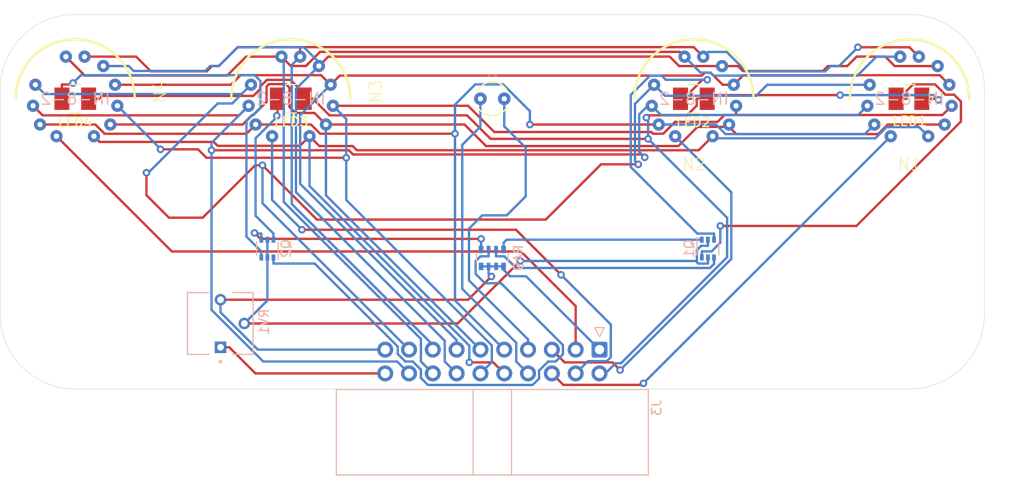
<source format=kicad_pcb>
(kicad_pcb (version 20171130) (host pcbnew "(5.1.7)-1")

  (general
    (thickness 1.6)
    (drawings 9)
    (tracks 440)
    (zones 0)
    (modules 19)
    (nets 29)
  )

  (page A4)
  (layers
    (0 F.Cu signal)
    (31 B.Cu signal)
    (32 B.Adhes user)
    (33 F.Adhes user)
    (34 B.Paste user)
    (35 F.Paste user)
    (36 B.SilkS user)
    (37 F.SilkS user)
    (38 B.Mask user)
    (39 F.Mask user)
    (40 Dwgs.User user hide)
    (41 Cmts.User user)
    (42 Eco1.User user)
    (43 Eco2.User user)
    (44 Edge.Cuts user)
    (45 Margin user)
    (46 B.CrtYd user)
    (47 F.CrtYd user)
    (48 B.Fab user hide)
    (49 F.Fab user hide)
  )

  (setup
    (last_trace_width 0.25)
    (user_trace_width 0.3)
    (trace_clearance 0.2)
    (zone_clearance 0.508)
    (zone_45_only no)
    (trace_min 0.2)
    (via_size 0.8)
    (via_drill 0.4)
    (via_min_size 0.4)
    (via_min_drill 0.3)
    (uvia_size 0.3)
    (uvia_drill 0.1)
    (uvias_allowed no)
    (uvia_min_size 0.2)
    (uvia_min_drill 0.1)
    (edge_width 0.05)
    (segment_width 0.2)
    (pcb_text_width 0.3)
    (pcb_text_size 1.5 1.5)
    (mod_edge_width 0.12)
    (mod_text_size 1 1)
    (mod_text_width 0.15)
    (pad_size 1.3462 1.3462)
    (pad_drill 0.5588)
    (pad_to_mask_clearance 0)
    (aux_axis_origin 0 0)
    (visible_elements 7FFFFFFF)
    (pcbplotparams
      (layerselection 0x010fc_ffffffff)
      (usegerberextensions true)
      (usegerberattributes false)
      (usegerberadvancedattributes false)
      (creategerberjobfile false)
      (excludeedgelayer true)
      (linewidth 0.100000)
      (plotframeref false)
      (viasonmask false)
      (mode 1)
      (useauxorigin false)
      (hpglpennumber 1)
      (hpglpenspeed 20)
      (hpglpendiameter 15.000000)
      (psnegative false)
      (psa4output false)
      (plotreference true)
      (plotvalue false)
      (plotinvisibletext false)
      (padsonsilk false)
      (subtractmaskfromsilk true)
      (outputformat 1)
      (mirror false)
      (drillshape 0)
      (scaleselection 1)
      (outputdirectory "gerber/"))
  )

  (net 0 "")
  (net 1 VCC)
  (net 2 /colon2)
  (net 3 /colon1)
  (net 4 +3V0)
  (net 5 "Net-(J3-Pad18)")
  (net 6 "Net-(J3-Pad16)")
  (net 7 "Net-(J3-Pad14)")
  (net 8 "Net-(J3-Pad12)")
  (net 9 "Net-(J3-Pad10)")
  (net 10 GND)
  (net 11 "Net-(J3-Pad17)")
  (net 12 "Net-(J3-Pad15)")
  (net 13 "Net-(J3-Pad13)")
  (net 14 "Net-(J3-Pad11)")
  (net 15 "Net-(J3-Pad9)")
  (net 16 "Net-(Q1-Pad4)")
  (net 17 "Net-(Q1-Pad2)")
  (net 18 "Net-(Q1-Pad1)")
  (net 19 "Net-(Q2-Pad4)")
  (net 20 "Net-(Q2-Pad1)")
  (net 21 "Net-(LED1-Pad1)")
  (net 22 "Net-(LED2-Pad1)")
  (net 23 "Net-(LED3-Pad1)")
  (net 24 "Net-(LED4-Pad1)")
  (net 25 /HR10)
  (net 26 /MIN10)
  (net 27 /HR1)
  (net 28 /MIN1)

  (net_class Default "This is the default net class."
    (clearance 0.2)
    (trace_width 0.25)
    (via_dia 0.8)
    (via_drill 0.4)
    (uvia_dia 0.3)
    (uvia_drill 0.1)
    (add_net +3V0)
    (add_net /HR1)
    (add_net /HR10)
    (add_net /MIN1)
    (add_net /MIN10)
    (add_net /colon1)
    (add_net /colon2)
    (add_net GND)
    (add_net "Net-(J3-Pad10)")
    (add_net "Net-(J3-Pad11)")
    (add_net "Net-(J3-Pad12)")
    (add_net "Net-(J3-Pad13)")
    (add_net "Net-(J3-Pad14)")
    (add_net "Net-(J3-Pad15)")
    (add_net "Net-(J3-Pad16)")
    (add_net "Net-(J3-Pad17)")
    (add_net "Net-(J3-Pad18)")
    (add_net "Net-(J3-Pad9)")
    (add_net "Net-(LED1-Pad1)")
    (add_net "Net-(LED2-Pad1)")
    (add_net "Net-(LED3-Pad1)")
    (add_net "Net-(LED4-Pad1)")
    (add_net "Net-(Q1-Pad1)")
    (add_net "Net-(Q1-Pad2)")
    (add_net "Net-(Q1-Pad4)")
    (add_net "Net-(Q2-Pad1)")
    (add_net "Net-(Q2-Pad4)")
    (add_net VCC)
  )

  (module footprints:NE2-A1A (layer F.Cu) (tedit 619B34AA) (tstamp 61900D9D)
    (at 160 99 270)
    (descr "NE2 or A1A NEON-BULB")
    (tags "NE2 or A1A NEON-BULB")
    (path /618D0DCA)
    (attr virtual)
    (fp_text reference GL1 (at 2.55 -0.05) (layer F.SilkS)
      (effects (font (size 0.4064 0.4064) (thickness 0.0254)))
    )
    (fp_text value A1A (at -2.5 0) (layer F.SilkS)
      (effects (font (size 0.4064 0.4064) (thickness 0.0254)))
    )
    (fp_arc (start 0.00422 0) (end 1.8 0) (angle -59.03624347) (layer F.SilkS) (width 0.15))
    (fp_arc (start 0 0) (end -1.79578 0) (angle 59.03624347) (layer F.SilkS) (width 0.15))
    (fp_arc (start 0.00422 0) (end 1.8 0) (angle 59.03624347) (layer F.SilkS) (width 0.15))
    (fp_arc (start 0 0) (end -1.79578 0) (angle -59.03624347) (layer F.SilkS) (width 0.15))
    (pad 2 thru_hole circle (at 0 1.27 270) (size 1.3462 1.3462) (drill 0.5588) (layers *.Cu *.Mask)
      (net 2 /colon2))
    (pad 1 thru_hole circle (at 0 -1.27 270) (size 1.3462 1.3462) (drill 0.5588) (layers *.Cu *.Mask)
      (net 3 /colon1))
  )

  (module footprints:IN8-2 (layer F.Cu) (tedit 619B321C) (tstamp 61926107)
    (at 204.505 99.0052)
    (path /6192359C)
    (attr virtual)
    (fp_text reference N1 (at 0 6.9948 180) (layer F.SilkS)
      (effects (font (size 1.27 1.27) (thickness 0.1016)))
    )
    (fp_text value IN-8-2 (at 0 0) (layer B.SilkS)
      (effects (font (size 1.27 1.27) (thickness 0.15)) (justify mirror))
    )
    (fp_arc (start 0 0) (end -6.35 0) (angle 180) (layer F.SilkS) (width 0.254))
    (fp_arc (start 0 0) (end -6.35 0) (angle 180) (layer F.SilkS) (width 0.127))
    (pad A thru_hole circle (at -1.99898 3.99796) (size 1.30556 1.30556) (drill 0.5588) (layers *.Cu *.Mask)
      (net 25 /HR10))
    (pad 9 thru_hole circle (at -4.49834 0.7493) (size 1.30556 1.30556) (drill 0.5588) (layers *.Cu *.Mask)
      (net 5 "Net-(J3-Pad18)"))
    (pad 8 thru_hole circle (at -4.24942 -1.4986) (size 1.30556 1.30556) (drill 0.5588) (layers *.Cu *.Mask)
      (net 11 "Net-(J3-Pad17)"))
    (pad 7 thru_hole circle (at -0.99822 -4.49834) (size 1.30556 1.30556) (drill 0.5588) (layers *.Cu *.Mask)
      (net 6 "Net-(J3-Pad16)"))
    (pad 6 thru_hole circle (at 0.99822 -4.49834) (size 1.30556 1.30556) (drill 0.5588) (layers *.Cu *.Mask)
      (net 12 "Net-(J3-Pad15)"))
    (pad 5 thru_hole circle (at 2.99974 -3.49758) (size 1.30556 1.30556) (drill 0.5588) (layers *.Cu *.Mask)
      (net 7 "Net-(J3-Pad14)"))
    (pad 4 thru_hole circle (at 4.24942 -1.4986) (size 1.30556 1.30556) (drill 0.5588) (layers *.Cu *.Mask)
      (net 13 "Net-(J3-Pad13)"))
    (pad 3 thru_hole circle (at 4.49834 0.7493) (size 1.30556 1.30556) (drill 0.5588) (layers *.Cu *.Mask)
      (net 8 "Net-(J3-Pad12)"))
    (pad 2 thru_hole circle (at 3.74904 2.74828) (size 1.30556 1.30556) (drill 0.5588) (layers *.Cu *.Mask)
      (net 14 "Net-(J3-Pad11)"))
    (pad 1 thru_hole circle (at 1.99898 3.99796) (size 1.30556 1.30556) (drill 0.5588) (layers *.Cu *.Mask)
      (net 9 "Net-(J3-Pad10)"))
    (pad 0 thru_hole circle (at -3.74904 2.74828) (size 1.30556 1.30556) (drill 0.5588) (layers *.Cu *.Mask)
      (net 15 "Net-(J3-Pad9)"))
    (pad "" np_thru_hole circle (at -2.99974 -3.49758) (size 1.30556 1.30556) (drill 1.30556) (layers *.Cu *.Mask))
  )

  (module footprints:IN8-2 (layer F.Cu) (tedit 619B321C) (tstamp 6192613D)
    (at 115.5 99)
    (path /61925B4B)
    (attr virtual)
    (fp_text reference N4 (at 9.04748 -0.79248 90) (layer F.SilkS)
      (effects (font (size 1.27 1.27) (thickness 0.1016)))
    )
    (fp_text value IN-8-2 (at 0 0) (layer B.SilkS)
      (effects (font (size 1.27 1.27) (thickness 0.15)) (justify mirror))
    )
    (fp_arc (start 0 0) (end -6.35 0) (angle 180) (layer F.SilkS) (width 0.254))
    (fp_arc (start 0 0) (end -6.35 0) (angle 180) (layer F.SilkS) (width 0.127))
    (pad A thru_hole circle (at -1.99898 3.99796) (size 1.30556 1.30556) (drill 0.5588) (layers *.Cu *.Mask)
      (net 28 /MIN1))
    (pad 9 thru_hole circle (at -4.49834 0.7493) (size 1.30556 1.30556) (drill 0.5588) (layers *.Cu *.Mask)
      (net 5 "Net-(J3-Pad18)"))
    (pad 8 thru_hole circle (at -4.24942 -1.4986) (size 1.30556 1.30556) (drill 0.5588) (layers *.Cu *.Mask)
      (net 11 "Net-(J3-Pad17)"))
    (pad 7 thru_hole circle (at -0.99822 -4.49834) (size 1.30556 1.30556) (drill 0.5588) (layers *.Cu *.Mask)
      (net 6 "Net-(J3-Pad16)"))
    (pad 6 thru_hole circle (at 0.99822 -4.49834) (size 1.30556 1.30556) (drill 0.5588) (layers *.Cu *.Mask)
      (net 12 "Net-(J3-Pad15)"))
    (pad 5 thru_hole circle (at 2.99974 -3.49758) (size 1.30556 1.30556) (drill 0.5588) (layers *.Cu *.Mask)
      (net 7 "Net-(J3-Pad14)"))
    (pad 4 thru_hole circle (at 4.24942 -1.4986) (size 1.30556 1.30556) (drill 0.5588) (layers *.Cu *.Mask)
      (net 13 "Net-(J3-Pad13)"))
    (pad 3 thru_hole circle (at 4.49834 0.7493) (size 1.30556 1.30556) (drill 0.5588) (layers *.Cu *.Mask)
      (net 8 "Net-(J3-Pad12)"))
    (pad 2 thru_hole circle (at 3.74904 2.74828) (size 1.30556 1.30556) (drill 0.5588) (layers *.Cu *.Mask)
      (net 14 "Net-(J3-Pad11)"))
    (pad 1 thru_hole circle (at 1.99898 3.99796) (size 1.30556 1.30556) (drill 0.5588) (layers *.Cu *.Mask)
      (net 9 "Net-(J3-Pad10)"))
    (pad 0 thru_hole circle (at -3.74904 2.74828) (size 1.30556 1.30556) (drill 0.5588) (layers *.Cu *.Mask)
      (net 15 "Net-(J3-Pad9)"))
    (pad "" np_thru_hole circle (at -2.99974 -3.49758) (size 1.30556 1.30556) (drill 1.30556) (layers *.Cu *.Mask))
  )

  (module footprints:IN8-2 (layer F.Cu) (tedit 619B321C) (tstamp 6192612B)
    (at 138.5 99)
    (path /61924D97)
    (attr virtual)
    (fp_text reference N3 (at 9.04748 -0.79248 90) (layer F.SilkS)
      (effects (font (size 1.27 1.27) (thickness 0.1016)))
    )
    (fp_text value IN-8-2 (at 0 0) (layer B.SilkS)
      (effects (font (size 1.27 1.27) (thickness 0.15)) (justify mirror))
    )
    (fp_arc (start 0 0) (end -6.35 0) (angle 180) (layer F.SilkS) (width 0.254))
    (fp_arc (start 0 0) (end -6.35 0) (angle 180) (layer F.SilkS) (width 0.127))
    (pad A thru_hole circle (at -1.99898 3.99796) (size 1.30556 1.30556) (drill 0.5588) (layers *.Cu *.Mask)
      (net 26 /MIN10))
    (pad 9 thru_hole circle (at -4.49834 0.7493) (size 1.30556 1.30556) (drill 0.5588) (layers *.Cu *.Mask)
      (net 5 "Net-(J3-Pad18)"))
    (pad 8 thru_hole circle (at -4.24942 -1.4986) (size 1.30556 1.30556) (drill 0.5588) (layers *.Cu *.Mask)
      (net 11 "Net-(J3-Pad17)"))
    (pad 7 thru_hole circle (at -0.99822 -4.49834) (size 1.30556 1.30556) (drill 0.5588) (layers *.Cu *.Mask)
      (net 6 "Net-(J3-Pad16)"))
    (pad 6 thru_hole circle (at 0.99822 -4.49834) (size 1.30556 1.30556) (drill 0.5588) (layers *.Cu *.Mask)
      (net 12 "Net-(J3-Pad15)"))
    (pad 5 thru_hole circle (at 2.99974 -3.49758) (size 1.30556 1.30556) (drill 0.5588) (layers *.Cu *.Mask)
      (net 7 "Net-(J3-Pad14)"))
    (pad 4 thru_hole circle (at 4.24942 -1.4986) (size 1.30556 1.30556) (drill 0.5588) (layers *.Cu *.Mask)
      (net 13 "Net-(J3-Pad13)"))
    (pad 3 thru_hole circle (at 4.49834 0.7493) (size 1.30556 1.30556) (drill 0.5588) (layers *.Cu *.Mask)
      (net 8 "Net-(J3-Pad12)"))
    (pad 2 thru_hole circle (at 3.74904 2.74828) (size 1.30556 1.30556) (drill 0.5588) (layers *.Cu *.Mask)
      (net 14 "Net-(J3-Pad11)"))
    (pad 1 thru_hole circle (at 1.99898 3.99796) (size 1.30556 1.30556) (drill 0.5588) (layers *.Cu *.Mask)
      (net 9 "Net-(J3-Pad10)"))
    (pad 0 thru_hole circle (at -3.74904 2.74828) (size 1.30556 1.30556) (drill 0.5588) (layers *.Cu *.Mask)
      (net 15 "Net-(J3-Pad9)"))
    (pad "" np_thru_hole circle (at -2.99974 -3.49758) (size 1.30556 1.30556) (drill 1.30556) (layers *.Cu *.Mask))
  )

  (module footprints:IN8-2 (layer F.Cu) (tedit 619B321C) (tstamp 61926A06)
    (at 181.505 99.0052)
    (path /61924510)
    (attr virtual)
    (fp_text reference N2 (at 0 6.9948 180) (layer F.SilkS)
      (effects (font (size 1.27 1.27) (thickness 0.1016)))
    )
    (fp_text value IN-8-2 (at 0 0) (layer B.SilkS)
      (effects (font (size 1.27 1.27) (thickness 0.15)) (justify mirror))
    )
    (fp_arc (start 0 0) (end -6.35 0) (angle 180) (layer F.SilkS) (width 0.254))
    (fp_arc (start 0 0) (end -6.35 0) (angle 180) (layer F.SilkS) (width 0.127))
    (pad A thru_hole circle (at -1.99898 3.99796) (size 1.30556 1.30556) (drill 0.5588) (layers *.Cu *.Mask)
      (net 27 /HR1))
    (pad 9 thru_hole circle (at -4.49834 0.7493) (size 1.30556 1.30556) (drill 0.5588) (layers *.Cu *.Mask)
      (net 5 "Net-(J3-Pad18)"))
    (pad 8 thru_hole circle (at -4.24942 -1.4986) (size 1.30556 1.30556) (drill 0.5588) (layers *.Cu *.Mask)
      (net 11 "Net-(J3-Pad17)"))
    (pad 7 thru_hole circle (at -0.99822 -4.49834) (size 1.30556 1.30556) (drill 0.5588) (layers *.Cu *.Mask)
      (net 6 "Net-(J3-Pad16)"))
    (pad 6 thru_hole circle (at 0.99822 -4.49834) (size 1.30556 1.30556) (drill 0.5588) (layers *.Cu *.Mask)
      (net 12 "Net-(J3-Pad15)"))
    (pad 5 thru_hole circle (at 2.99974 -3.49758) (size 1.30556 1.30556) (drill 0.5588) (layers *.Cu *.Mask)
      (net 7 "Net-(J3-Pad14)"))
    (pad 4 thru_hole circle (at 4.24942 -1.4986) (size 1.30556 1.30556) (drill 0.5588) (layers *.Cu *.Mask)
      (net 13 "Net-(J3-Pad13)"))
    (pad 3 thru_hole circle (at 4.49834 0.7493) (size 1.30556 1.30556) (drill 0.5588) (layers *.Cu *.Mask)
      (net 8 "Net-(J3-Pad12)"))
    (pad 2 thru_hole circle (at 3.74904 2.74828) (size 1.30556 1.30556) (drill 0.5588) (layers *.Cu *.Mask)
      (net 14 "Net-(J3-Pad11)"))
    (pad 1 thru_hole circle (at 1.99898 3.99796) (size 1.30556 1.30556) (drill 0.5588) (layers *.Cu *.Mask)
      (net 9 "Net-(J3-Pad10)"))
    (pad 0 thru_hole circle (at -3.74904 2.74828) (size 1.30556 1.30556) (drill 0.5588) (layers *.Cu *.Mask)
      (net 15 "Net-(J3-Pad9)"))
    (pad "" np_thru_hole circle (at -2.99974 -3.49758) (size 1.30556 1.30556) (drill 1.30556) (layers *.Cu *.Mask))
  )

  (module MountingHole:MountingHole_2.7mm_M2.5 (layer F.Cu) (tedit 56D1B4CB) (tstamp 61901AB7)
    (at 193 93)
    (descr "Mounting Hole 2.7mm, no annular, M2.5")
    (tags "mounting hole 2.7mm no annular m2.5")
    (attr virtual)
    (fp_text reference H3 (at 0 -3.7) (layer Cmts.User)
      (effects (font (size 1 1) (thickness 0.15)))
    )
    (fp_text value MountingHole_2.7mm_M2.5 (at 0 3.7) (layer F.Fab)
      (effects (font (size 1 1) (thickness 0.15)))
    )
    (fp_circle (center 0 0) (end 2.7 0) (layer Cmts.User) (width 0.15))
    (fp_circle (center 0 0) (end 2.95 0) (layer F.CrtYd) (width 0.05))
    (fp_text user %R (at 0.3 0) (layer F.Fab)
      (effects (font (size 1 1) (thickness 0.15)))
    )
    (pad 1 np_thru_hole circle (at 0 0) (size 2.7 2.7) (drill 2.7) (layers *.Cu *.Mask))
  )

  (module MountingHole:MountingHole_2.7mm_M2.5 (layer F.Cu) (tedit 56D1B4CB) (tstamp 6191E23A)
    (at 193 108)
    (descr "Mounting Hole 2.7mm, no annular, M2.5")
    (tags "mounting hole 2.7mm no annular m2.5")
    (attr virtual)
    (fp_text reference H4 (at 0 -3.7) (layer Cmts.User)
      (effects (font (size 1 1) (thickness 0.15)))
    )
    (fp_text value MountingHole_2.7mm_M2.5 (at 0 3.7) (layer F.Fab)
      (effects (font (size 1 1) (thickness 0.15)))
    )
    (fp_circle (center 0 0) (end 2.7 0) (layer Cmts.User) (width 0.15))
    (fp_circle (center 0 0) (end 2.95 0) (layer F.CrtYd) (width 0.05))
    (fp_text user %R (at 0.3 0) (layer F.Fab)
      (effects (font (size 1 1) (thickness 0.15)))
    )
    (pad 1 np_thru_hole circle (at 0 0) (size 2.7 2.7) (drill 2.7) (layers *.Cu *.Mask))
  )

  (module MountingHole:MountingHole_2.7mm_M2.5 (layer F.Cu) (tedit 56D1B4CB) (tstamp 61901AFB)
    (at 160 108)
    (descr "Mounting Hole 2.7mm, no annular, M2.5")
    (tags "mounting hole 2.7mm no annular m2.5")
    (attr virtual)
    (fp_text reference H5 (at 0 -3.7) (layer Cmts.User)
      (effects (font (size 1 1) (thickness 0.15)))
    )
    (fp_text value MountingHole_2.7mm_M2.5 (at 0 3.7) (layer F.Fab)
      (effects (font (size 1 1) (thickness 0.15)))
    )
    (fp_circle (center 0 0) (end 2.95 0) (layer F.CrtYd) (width 0.05))
    (fp_circle (center 0 0) (end 2.7 0) (layer Cmts.User) (width 0.15))
    (fp_text user %R (at 0.3 0) (layer F.Fab)
      (effects (font (size 1 1) (thickness 0.15)))
    )
    (pad 1 np_thru_hole circle (at 0 0) (size 2.7 2.7) (drill 2.7) (layers *.Cu *.Mask))
  )

  (module MountingHole:MountingHole_2.7mm_M2.5 locked (layer F.Cu) (tedit 56D1B4CB) (tstamp 6191E205)
    (at 127 93)
    (descr "Mounting Hole 2.7mm, no annular, M2.5")
    (tags "mounting hole 2.7mm no annular m2.5")
    (attr virtual)
    (fp_text reference H2 (at 0 -3.7) (layer Cmts.User)
      (effects (font (size 1 1) (thickness 0.15)))
    )
    (fp_text value MountingHole_2.7mm_M2.5 (at 0 3.7) (layer F.Fab)
      (effects (font (size 1 1) (thickness 0.15)))
    )
    (fp_circle (center 0 0) (end 2.7 0) (layer Cmts.User) (width 0.15))
    (fp_circle (center 0 0) (end 2.95 0) (layer F.CrtYd) (width 0.05))
    (fp_text user %R (at 0.3 0) (layer F.Fab)
      (effects (font (size 1 1) (thickness 0.15)))
    )
    (pad 1 np_thru_hole circle (at 0 0) (size 2.7 2.7) (drill 2.7) (layers *.Cu *.Mask))
  )

  (module MountingHole:MountingHole_2.7mm_M2.5 (layer F.Cu) (tedit 56D1B4CB) (tstamp 61901A91)
    (at 127 108)
    (descr "Mounting Hole 2.7mm, no annular, M2.5")
    (tags "mounting hole 2.7mm no annular m2.5")
    (attr virtual)
    (fp_text reference H1 (at 0 -3.7) (layer Cmts.User)
      (effects (font (size 1 1) (thickness 0.15)))
    )
    (fp_text value MountingHole_2.7mm_M2.5 (at 0 3.7) (layer F.Fab)
      (effects (font (size 1 1) (thickness 0.15)))
    )
    (fp_circle (center 0 0) (end 2.7 0) (layer Cmts.User) (width 0.15))
    (fp_circle (center 0 0) (end 2.95 0) (layer F.CrtYd) (width 0.05))
    (fp_text user %R (at 0.3 0) (layer F.Fab)
      (effects (font (size 1 1) (thickness 0.15)))
    )
    (pad 1 np_thru_hole circle (at 0 0) (size 2.7 2.7) (drill 2.7) (layers *.Cu *.Mask))
  )

  (module Connector_IDC:IDC-Header_2x10_P2.54mm_Horizontal (layer B.Cu) (tedit 618EEFDB) (tstamp 618F9670)
    (at 160 130 180)
    (descr "Through hole IDC box header, 2x10, 2.54mm pitch, DIN 41651 / IEC 60603-13, double rows, https://docs.google.com/spreadsheets/d/16SsEcesNF15N3Lb4niX7dcUr-NY5_MFPQhobNuNppn4/edit#gid=0")
    (tags "Through hole horizontal IDC box header THT 2x10 2.54mm double row")
    (path /618AFF25)
    (fp_text reference J3 (at -17.53 -2.005 270) (layer B.SilkS)
      (effects (font (size 1 1) (thickness 0.15)) (justify mirror))
    )
    (fp_text value Conn_01x20_Male (at 17.53 -2.005 270) (layer B.Fab)
      (effects (font (size 1 1) (thickness 0.15)) (justify mirror))
    )
    (fp_line (start -15.53 -0.17) (end -16.53 -1.17) (layer B.Fab) (width 0.1))
    (fp_line (start -2.05 -0.17) (end -2.05 -9.07) (layer B.Fab) (width 0.1))
    (fp_line (start 2.05 -0.17) (end 2.05 -9.07) (layer B.Fab) (width 0.1))
    (fp_line (start -2.05 -0.06) (end -2.05 -9.18) (layer B.SilkS) (width 0.12))
    (fp_line (start 2.05 -0.06) (end 2.05 -9.18) (layer B.SilkS) (width 0.12))
    (fp_line (start -11.75 -0.17) (end -11.75 4.53) (layer B.Fab) (width 0.1))
    (fp_line (start -11.75 4.53) (end -11.11 4.53) (layer B.Fab) (width 0.1))
    (fp_line (start -11.11 4.53) (end -11.11 -0.17) (layer B.Fab) (width 0.1))
    (fp_line (start -9.21 -0.17) (end -9.21 4.53) (layer B.Fab) (width 0.1))
    (fp_line (start -9.21 4.53) (end -8.57 4.53) (layer B.Fab) (width 0.1))
    (fp_line (start -8.57 4.53) (end -8.57 -0.17) (layer B.Fab) (width 0.1))
    (fp_line (start -6.67 -0.17) (end -6.67 4.53) (layer B.Fab) (width 0.1))
    (fp_line (start -6.67 4.53) (end -6.03 4.53) (layer B.Fab) (width 0.1))
    (fp_line (start -6.03 4.53) (end -6.03 -0.17) (layer B.Fab) (width 0.1))
    (fp_line (start -4.13 -0.17) (end -4.13 4.53) (layer B.Fab) (width 0.1))
    (fp_line (start -4.13 4.53) (end -3.49 4.53) (layer B.Fab) (width 0.1))
    (fp_line (start -3.49 4.53) (end -3.49 -0.17) (layer B.Fab) (width 0.1))
    (fp_line (start -1.59 -0.17) (end -1.59 4.53) (layer B.Fab) (width 0.1))
    (fp_line (start -1.59 4.53) (end -0.95 4.53) (layer B.Fab) (width 0.1))
    (fp_line (start -0.95 4.53) (end -0.95 -0.17) (layer B.Fab) (width 0.1))
    (fp_line (start 0.95 -0.17) (end 0.95 4.53) (layer B.Fab) (width 0.1))
    (fp_line (start 0.95 4.53) (end 1.59 4.53) (layer B.Fab) (width 0.1))
    (fp_line (start 1.59 4.53) (end 1.59 -0.17) (layer B.Fab) (width 0.1))
    (fp_line (start 3.49 -0.17) (end 3.49 4.53) (layer B.Fab) (width 0.1))
    (fp_line (start 3.49 4.53) (end 4.13 4.53) (layer B.Fab) (width 0.1))
    (fp_line (start 4.13 4.53) (end 4.13 -0.17) (layer B.Fab) (width 0.1))
    (fp_line (start 6.03 -0.17) (end 6.03 4.53) (layer B.Fab) (width 0.1))
    (fp_line (start 6.03 4.53) (end 6.67 4.53) (layer B.Fab) (width 0.1))
    (fp_line (start 6.67 4.53) (end 6.67 -0.17) (layer B.Fab) (width 0.1))
    (fp_line (start 8.57 -0.17) (end 8.57 4.53) (layer B.Fab) (width 0.1))
    (fp_line (start 8.57 4.53) (end 9.21 4.53) (layer B.Fab) (width 0.1))
    (fp_line (start 9.21 4.53) (end 9.21 -0.17) (layer B.Fab) (width 0.1))
    (fp_line (start 11.11 -0.17) (end 11.11 4.53) (layer B.Fab) (width 0.1))
    (fp_line (start 11.11 4.53) (end 11.75 4.53) (layer B.Fab) (width 0.1))
    (fp_line (start 11.75 4.53) (end 11.75 -0.17) (layer B.Fab) (width 0.1))
    (fp_line (start -16.53 -1.17) (end -16.53 -9.07) (layer B.Fab) (width 0.1))
    (fp_line (start -16.53 -9.07) (end 16.53 -9.07) (layer B.Fab) (width 0.1))
    (fp_line (start 16.53 -9.07) (end 16.53 -0.17) (layer B.Fab) (width 0.1))
    (fp_line (start 16.53 -0.17) (end -15.53 -0.17) (layer B.Fab) (width 0.1))
    (fp_line (start -16.64 -0.06) (end -16.64 -9.18) (layer B.SilkS) (width 0.12))
    (fp_line (start -16.64 -9.18) (end 16.64 -9.18) (layer B.SilkS) (width 0.12))
    (fp_line (start 16.64 -9.18) (end 16.64 -0.06) (layer B.SilkS) (width 0.12))
    (fp_line (start 16.64 -0.06) (end -16.64 -0.06) (layer B.SilkS) (width 0.12))
    (fp_line (start -11.43 5.56) (end -11.93 6.56) (layer B.SilkS) (width 0.12))
    (fp_line (start -11.93 6.56) (end -10.93 6.56) (layer B.SilkS) (width 0.12))
    (fp_line (start -10.93 6.56) (end -11.43 5.56) (layer B.SilkS) (width 0.12))
    (fp_line (start -17.03 5.56) (end 17.03 5.56) (layer B.CrtYd) (width 0.05))
    (fp_line (start 17.03 5.56) (end 17.03 -9.57) (layer B.CrtYd) (width 0.05))
    (fp_line (start 17.03 -9.57) (end -17.03 -9.57) (layer B.CrtYd) (width 0.05))
    (fp_line (start -17.03 -9.57) (end -17.03 5.56) (layer B.CrtYd) (width 0.05))
    (fp_text user %R (at 0 -4.62 180) (layer B.Fab)
      (effects (font (size 1 1) (thickness 0.15)) (justify mirror))
    )
    (pad 20 thru_hole circle (at 11.43 1.67 90) (size 1.7 1.7) (drill 1) (layers *.Cu *.Mask)
      (net 4 +3V0))
    (pad 18 thru_hole circle (at 8.89 1.67 90) (size 1.7 1.7) (drill 1) (layers *.Cu *.Mask)
      (net 5 "Net-(J3-Pad18)"))
    (pad 16 thru_hole circle (at 6.35 1.67 90) (size 1.7 1.7) (drill 1) (layers *.Cu *.Mask)
      (net 6 "Net-(J3-Pad16)"))
    (pad 14 thru_hole circle (at 3.81 1.67 90) (size 1.7 1.7) (drill 1) (layers *.Cu *.Mask)
      (net 7 "Net-(J3-Pad14)"))
    (pad 12 thru_hole circle (at 1.27 1.67 90) (size 1.7 1.7) (drill 1) (layers *.Cu *.Mask)
      (net 8 "Net-(J3-Pad12)"))
    (pad 10 thru_hole circle (at -1.27 1.67 90) (size 1.7 1.7) (drill 1) (layers *.Cu *.Mask)
      (net 9 "Net-(J3-Pad10)"))
    (pad 8 thru_hole circle (at -3.81 1.67 90) (size 1.7 1.7) (drill 1) (layers *.Cu *.Mask)
      (net 2 /colon2))
    (pad 6 thru_hole circle (at -6.35 1.67 90) (size 1.7 1.7) (drill 1) (layers *.Cu *.Mask)
      (net 25 /HR10))
    (pad 4 thru_hole circle (at -8.89 1.67 90) (size 1.7 1.7) (drill 1) (layers *.Cu *.Mask)
      (net 26 /MIN10))
    (pad 2 thru_hole circle (at -11.43 1.67 90) (size 1.7 1.7) (drill 1) (layers *.Cu *.Mask)
      (net 1 VCC))
    (pad 19 thru_hole circle (at 11.43 4.21 90) (size 1.7 1.7) (drill 1) (layers *.Cu *.Mask)
      (net 10 GND))
    (pad 17 thru_hole circle (at 8.89 4.21 90) (size 1.7 1.7) (drill 1) (layers *.Cu *.Mask)
      (net 11 "Net-(J3-Pad17)"))
    (pad 15 thru_hole circle (at 6.35 4.21 90) (size 1.7 1.7) (drill 1) (layers *.Cu *.Mask)
      (net 12 "Net-(J3-Pad15)"))
    (pad 13 thru_hole circle (at 3.81 4.21 90) (size 1.7 1.7) (drill 1) (layers *.Cu *.Mask)
      (net 13 "Net-(J3-Pad13)"))
    (pad 11 thru_hole circle (at 1.27 4.21 90) (size 1.7 1.7) (drill 1) (layers *.Cu *.Mask)
      (net 14 "Net-(J3-Pad11)"))
    (pad 9 thru_hole circle (at -1.27 4.21 90) (size 1.7 1.7) (drill 1) (layers *.Cu *.Mask)
      (net 15 "Net-(J3-Pad9)"))
    (pad 7 thru_hole circle (at -3.81 4.21 90) (size 1.7 1.7) (drill 1) (layers *.Cu *.Mask)
      (net 3 /colon1))
    (pad 5 thru_hole circle (at -6.35 4.21 90) (size 1.7 1.7) (drill 1) (layers *.Cu *.Mask)
      (net 27 /HR1))
    (pad 3 thru_hole circle (at -8.89 4.21 90) (size 1.7 1.7) (drill 1) (layers *.Cu *.Mask)
      (net 28 /MIN1))
    (pad 1 thru_hole roundrect (at -11.43 4.21 90) (size 1.7 1.7) (drill 1) (layers *.Cu *.Mask) (roundrect_rratio 0.1470588235294118)
      (net 10 GND))
    (model ${KISYS3DMOD}/Connector_IDC.3dshapes/IDC-Header_2x10_P2.54mm_Horizontal.wrl
      (offset (xyz 11.4 4.1 0))
      (scale (xyz 1 1 1))
      (rotate (xyz 0 0 90))
    )
  )

  (module footprints:VLMU3100-GS08 (layer F.Cu) (tedit 0) (tstamp 618D287F)
    (at 115.505 98.9948)
    (path /619088D6)
    (fp_text reference LED4 (at 0 2.53) (layer F.SilkS)
      (effects (font (size 1 1) (thickness 0.15)))
    )
    (fp_text value VLMU3100-GS08 (at 0 0) (layer Cmts.User)
      (effects (font (size 1 1) (thickness 0.15)))
    )
    (fp_line (start -0.583865 1.524) (end 0.583865 1.524) (layer F.SilkS) (width 0.12))
    (fp_line (start 0.583865 -1.524) (end -0.583865 -1.524) (layer F.SilkS) (width 0.12))
    (fp_line (start -1.6002 1.397) (end 1.6002 1.397) (layer F.Fab) (width 0.1))
    (fp_line (start 1.6002 1.397) (end 1.6002 -1.397) (layer F.Fab) (width 0.1))
    (fp_line (start 1.6002 -1.397) (end -1.6002 -1.397) (layer F.Fab) (width 0.1))
    (fp_line (start -1.6002 -1.397) (end -1.6002 1.397) (layer F.Fab) (width 0.1))
    (fp_line (start -2.4791 1.4478) (end -2.4791 -1.4478) (layer F.CrtYd) (width 0.05))
    (fp_line (start -2.4791 -1.4478) (end -1.6002 -1.4478) (layer F.CrtYd) (width 0.05))
    (fp_line (start -1.6002 -1.4478) (end -1.6002 -1.397) (layer F.CrtYd) (width 0.05))
    (fp_line (start -1.6002 -1.397) (end 1.6002 -1.397) (layer F.CrtYd) (width 0.05))
    (fp_line (start 1.6002 -1.397) (end 1.6002 -1.4478) (layer F.CrtYd) (width 0.05))
    (fp_line (start 1.6002 -1.4478) (end 2.4791 -1.4478) (layer F.CrtYd) (width 0.05))
    (fp_line (start 2.4791 -1.4478) (end 2.4791 1.4478) (layer F.CrtYd) (width 0.05))
    (fp_line (start 2.4791 1.4478) (end 1.6002 1.4478) (layer F.CrtYd) (width 0.05))
    (fp_line (start 1.6002 1.4478) (end 1.6002 1.397) (layer F.CrtYd) (width 0.05))
    (fp_line (start 1.6002 1.397) (end -1.6002 1.397) (layer F.CrtYd) (width 0.05))
    (fp_line (start -1.6002 1.397) (end -1.6002 1.4478) (layer F.CrtYd) (width 0.05))
    (fp_line (start -1.6002 1.4478) (end -2.4791 1.4478) (layer F.CrtYd) (width 0.05))
    (fp_circle (center -2.3622 0) (end -2.3622 0) (layer F.CrtYd) (width 0.05))
    (fp_circle (center -1.524 0) (end -1.524 0) (layer F.Fab) (width 0.1))
    (fp_text user "Copyright 2021 Accelerated Designs. All rights reserved." (at 0 0) (layer Cmts.User)
      (effects (font (size 0.127 0.127) (thickness 0.002)))
    )
    (fp_text user * (at 0 0) (layer Cmts.User)
      (effects (font (size 1 1) (thickness 0.15)))
    )
    (fp_text user * (at 0 0) (layer F.Fab)
      (effects (font (size 1 1) (thickness 0.15)))
    )
    (fp_text user 0.094in/2.388mm (at 5.2731 0) (layer Dwgs.User)
      (effects (font (size 1 1) (thickness 0.15)))
    )
    (fp_text user 0.175in/4.45mm (at 0 -3.3274) (layer Dwgs.User)
      (effects (font (size 1 1) (thickness 0.15)))
    )
    (fp_text user 0.049in/1.25mm (at 0 3.3274) (layer Dwgs.User)
      (effects (font (size 1 1) (thickness 0.15)))
    )
    (pad 1 smd rect (at -1.425 0) (size 1.6002 2.3876) (layers F.Cu F.Paste F.Mask)
      (net 24 "Net-(LED4-Pad1)"))
    (pad 2 smd rect (at 1.425 0) (size 1.6002 2.3876) (layers F.Cu F.Paste F.Mask)
      (net 1 VCC))
  )

  (module footprints:VLMU3100-GS08 (layer F.Cu) (tedit 0) (tstamp 618D39E0)
    (at 138.505 98.9948)
    (path /619080AA)
    (fp_text reference LED3 (at 0.04 2.46) (layer F.SilkS)
      (effects (font (size 1 1) (thickness 0.15)))
    )
    (fp_text value VLMU3100-GS08 (at 0 0) (layer Cmts.User)
      (effects (font (size 1 1) (thickness 0.15)))
    )
    (fp_line (start -0.583865 1.524) (end 0.583865 1.524) (layer F.SilkS) (width 0.12))
    (fp_line (start 0.583865 -1.524) (end -0.583865 -1.524) (layer F.SilkS) (width 0.12))
    (fp_line (start -1.6002 1.397) (end 1.6002 1.397) (layer F.Fab) (width 0.1))
    (fp_line (start 1.6002 1.397) (end 1.6002 -1.397) (layer F.Fab) (width 0.1))
    (fp_line (start 1.6002 -1.397) (end -1.6002 -1.397) (layer F.Fab) (width 0.1))
    (fp_line (start -1.6002 -1.397) (end -1.6002 1.397) (layer F.Fab) (width 0.1))
    (fp_line (start -2.4791 1.4478) (end -2.4791 -1.4478) (layer F.CrtYd) (width 0.05))
    (fp_line (start -2.4791 -1.4478) (end -1.6002 -1.4478) (layer F.CrtYd) (width 0.05))
    (fp_line (start -1.6002 -1.4478) (end -1.6002 -1.397) (layer F.CrtYd) (width 0.05))
    (fp_line (start -1.6002 -1.397) (end 1.6002 -1.397) (layer F.CrtYd) (width 0.05))
    (fp_line (start 1.6002 -1.397) (end 1.6002 -1.4478) (layer F.CrtYd) (width 0.05))
    (fp_line (start 1.6002 -1.4478) (end 2.4791 -1.4478) (layer F.CrtYd) (width 0.05))
    (fp_line (start 2.4791 -1.4478) (end 2.4791 1.4478) (layer F.CrtYd) (width 0.05))
    (fp_line (start 2.4791 1.4478) (end 1.6002 1.4478) (layer F.CrtYd) (width 0.05))
    (fp_line (start 1.6002 1.4478) (end 1.6002 1.397) (layer F.CrtYd) (width 0.05))
    (fp_line (start 1.6002 1.397) (end -1.6002 1.397) (layer F.CrtYd) (width 0.05))
    (fp_line (start -1.6002 1.397) (end -1.6002 1.4478) (layer F.CrtYd) (width 0.05))
    (fp_line (start -1.6002 1.4478) (end -2.4791 1.4478) (layer F.CrtYd) (width 0.05))
    (fp_circle (center -2.3622 0) (end -2.3622 0) (layer F.CrtYd) (width 0.05))
    (fp_circle (center -1.524 0) (end -1.524 0) (layer F.Fab) (width 0.1))
    (fp_text user "Copyright 2021 Accelerated Designs. All rights reserved." (at 0 0) (layer Cmts.User)
      (effects (font (size 0.127 0.127) (thickness 0.002)))
    )
    (fp_text user * (at 0 0) (layer Cmts.User)
      (effects (font (size 1 1) (thickness 0.15)))
    )
    (fp_text user * (at 0 0) (layer F.Fab)
      (effects (font (size 1 1) (thickness 0.15)))
    )
    (fp_text user 0.094in/2.388mm (at 5.2731 0) (layer Dwgs.User)
      (effects (font (size 1 1) (thickness 0.15)))
    )
    (fp_text user 0.175in/4.45mm (at 0 -3.3274) (layer Dwgs.User)
      (effects (font (size 1 1) (thickness 0.15)))
    )
    (fp_text user 0.049in/1.25mm (at 0 3.3274) (layer Dwgs.User)
      (effects (font (size 1 1) (thickness 0.15)))
    )
    (pad 1 smd rect (at -1.425 0) (size 1.6002 2.3876) (layers F.Cu F.Paste F.Mask)
      (net 23 "Net-(LED3-Pad1)"))
    (pad 2 smd rect (at 1.425 0) (size 1.6002 2.3876) (layers F.Cu F.Paste F.Mask)
      (net 1 VCC))
  )

  (module footprints:VLMU3100-GS08 (layer F.Cu) (tedit 0) (tstamp 61900C28)
    (at 181.5 99)
    (path /61907A09)
    (fp_text reference LED2 (at -0.05 2.51) (layer F.SilkS)
      (effects (font (size 1 1) (thickness 0.15)))
    )
    (fp_text value VLMU3100-GS08 (at 0 0) (layer Cmts.User)
      (effects (font (size 1 1) (thickness 0.15)))
    )
    (fp_line (start -0.583865 1.524) (end 0.583865 1.524) (layer F.SilkS) (width 0.12))
    (fp_line (start 0.583865 -1.524) (end -0.583865 -1.524) (layer F.SilkS) (width 0.12))
    (fp_line (start -1.6002 1.397) (end 1.6002 1.397) (layer F.Fab) (width 0.1))
    (fp_line (start 1.6002 1.397) (end 1.6002 -1.397) (layer F.Fab) (width 0.1))
    (fp_line (start 1.6002 -1.397) (end -1.6002 -1.397) (layer F.Fab) (width 0.1))
    (fp_line (start -1.6002 -1.397) (end -1.6002 1.397) (layer F.Fab) (width 0.1))
    (fp_line (start -2.4791 1.4478) (end -2.4791 -1.4478) (layer F.CrtYd) (width 0.05))
    (fp_line (start -2.4791 -1.4478) (end -1.6002 -1.4478) (layer F.CrtYd) (width 0.05))
    (fp_line (start -1.6002 -1.4478) (end -1.6002 -1.397) (layer F.CrtYd) (width 0.05))
    (fp_line (start -1.6002 -1.397) (end 1.6002 -1.397) (layer F.CrtYd) (width 0.05))
    (fp_line (start 1.6002 -1.397) (end 1.6002 -1.4478) (layer F.CrtYd) (width 0.05))
    (fp_line (start 1.6002 -1.4478) (end 2.4791 -1.4478) (layer F.CrtYd) (width 0.05))
    (fp_line (start 2.4791 -1.4478) (end 2.4791 1.4478) (layer F.CrtYd) (width 0.05))
    (fp_line (start 2.4791 1.4478) (end 1.6002 1.4478) (layer F.CrtYd) (width 0.05))
    (fp_line (start 1.6002 1.4478) (end 1.6002 1.397) (layer F.CrtYd) (width 0.05))
    (fp_line (start 1.6002 1.397) (end -1.6002 1.397) (layer F.CrtYd) (width 0.05))
    (fp_line (start -1.6002 1.397) (end -1.6002 1.4478) (layer F.CrtYd) (width 0.05))
    (fp_line (start -1.6002 1.4478) (end -2.4791 1.4478) (layer F.CrtYd) (width 0.05))
    (fp_circle (center -2.3622 0) (end -2.3622 0) (layer F.CrtYd) (width 0.05))
    (fp_circle (center -1.524 0) (end -1.524 0) (layer F.Fab) (width 0.1))
    (fp_text user "Copyright 2021 Accelerated Designs. All rights reserved." (at 0 0) (layer Cmts.User)
      (effects (font (size 0.127 0.127) (thickness 0.002)))
    )
    (fp_text user * (at 0 0) (layer Cmts.User)
      (effects (font (size 1 1) (thickness 0.15)))
    )
    (fp_text user * (at 0 0) (layer F.Fab)
      (effects (font (size 1 1) (thickness 0.15)))
    )
    (fp_text user 0.094in/2.388mm (at 5.2731 0) (layer Dwgs.User)
      (effects (font (size 1 1) (thickness 0.15)))
    )
    (fp_text user 0.175in/4.45mm (at 0 -3.3274) (layer Dwgs.User)
      (effects (font (size 1 1) (thickness 0.15)))
    )
    (fp_text user 0.049in/1.25mm (at 0 3.3274) (layer Dwgs.User)
      (effects (font (size 1 1) (thickness 0.15)))
    )
    (pad 1 smd rect (at -1.425 0) (size 1.6002 2.3876) (layers F.Cu F.Paste F.Mask)
      (net 22 "Net-(LED2-Pad1)"))
    (pad 2 smd rect (at 1.425 0) (size 1.6002 2.3876) (layers F.Cu F.Paste F.Mask)
      (net 1 VCC))
  )

  (module footprints:VLMU3100-GS08 (layer F.Cu) (tedit 618CA33C) (tstamp 61926537)
    (at 204.5 99)
    (path /612DAAD3)
    (fp_text reference LED1 (at 0 2.4) (layer F.SilkS)
      (effects (font (size 1 1) (thickness 0.15)))
    )
    (fp_text value VLMU3100-GS08 (at 0 0) (layer Cmts.User)
      (effects (font (size 1 1) (thickness 0.15)))
    )
    (fp_line (start -0.583865 1.524) (end 0.583865 1.524) (layer F.SilkS) (width 0.12))
    (fp_line (start 0.583865 -1.524) (end -0.583865 -1.524) (layer F.SilkS) (width 0.12))
    (fp_line (start -1.6002 1.397) (end 1.6002 1.397) (layer F.Fab) (width 0.1))
    (fp_line (start 1.6002 1.397) (end 1.6002 -1.397) (layer F.Fab) (width 0.1))
    (fp_line (start 1.6002 -1.397) (end -1.6002 -1.397) (layer F.Fab) (width 0.1))
    (fp_line (start -1.6002 -1.397) (end -1.6002 1.397) (layer F.Fab) (width 0.1))
    (fp_line (start -2.4791 1.4478) (end -2.4791 -1.4478) (layer F.CrtYd) (width 0.05))
    (fp_line (start -2.4791 -1.4478) (end -1.6002 -1.4478) (layer F.CrtYd) (width 0.05))
    (fp_line (start -1.6002 -1.4478) (end -1.6002 -1.397) (layer F.CrtYd) (width 0.05))
    (fp_line (start -1.6002 -1.397) (end 1.6002 -1.397) (layer F.CrtYd) (width 0.05))
    (fp_line (start 1.6002 -1.397) (end 1.6002 -1.4478) (layer F.CrtYd) (width 0.05))
    (fp_line (start 1.6002 -1.4478) (end 2.4791 -1.4478) (layer F.CrtYd) (width 0.05))
    (fp_line (start 2.4791 -1.4478) (end 2.4791 1.4478) (layer F.CrtYd) (width 0.05))
    (fp_line (start 2.4791 1.4478) (end 1.6002 1.4478) (layer F.CrtYd) (width 0.05))
    (fp_line (start 1.6002 1.4478) (end 1.6002 1.397) (layer F.CrtYd) (width 0.05))
    (fp_line (start 1.6002 1.397) (end -1.6002 1.397) (layer F.CrtYd) (width 0.05))
    (fp_line (start -1.6002 1.397) (end -1.6002 1.4478) (layer F.CrtYd) (width 0.05))
    (fp_line (start -1.6002 1.4478) (end -2.4791 1.4478) (layer F.CrtYd) (width 0.05))
    (fp_circle (center -2.3622 0) (end -2.3622 0) (layer F.CrtYd) (width 0.05))
    (fp_circle (center -1.524 0) (end -1.524 0) (layer F.Fab) (width 0.1))
    (fp_text user "Copyright 2021 Accelerated Designs. All rights reserved." (at 0 0) (layer Cmts.User)
      (effects (font (size 0.127 0.127) (thickness 0.002)))
    )
    (fp_text user * (at 0 0) (layer Cmts.User)
      (effects (font (size 1 1) (thickness 0.15)))
    )
    (fp_text user * (at 0 0) (layer F.Fab)
      (effects (font (size 1 1) (thickness 0.15)))
    )
    (fp_text user 0.094in/2.388mm (at 5.2731 0) (layer Dwgs.User)
      (effects (font (size 1 1) (thickness 0.15)))
    )
    (fp_text user 0.175in/4.45mm (at 0 -3.3274) (layer Dwgs.User)
      (effects (font (size 1 1) (thickness 0.15)))
    )
    (fp_text user 0.049in/1.25mm (at 0 3.3274) (layer Dwgs.User)
      (effects (font (size 1 1) (thickness 0.15)))
    )
    (pad 1 smd rect (at -1.425 0) (size 1.6002 2.3876) (layers F.Cu F.Paste F.Mask)
      (net 21 "Net-(LED1-Pad1)"))
    (pad 2 smd rect (at 1.315 0) (size 1.6002 2.3876) (layers F.Cu F.Paste F.Mask)
      (net 1 VCC))
  )

  (module footprints:TRIM_3362P-1-302LF (layer B.Cu) (tedit 618B625E) (tstamp 618D085B)
    (at 131 123 90)
    (path /6190A002)
    (fp_text reference RV1 (at 0.17547 4.64779 90) (layer B.SilkS)
      (effects (font (size 1.002756 1.002756) (thickness 0.15)) (justify mirror))
    )
    (fp_text value R_POT_TRIM_US (at 8.04994 -4.67565 90) (layer B.Fab)
      (effects (font (size 1.002394 1.002394) (thickness 0.15)) (justify mirror))
    )
    (fp_line (start -3.3 -3.52) (end -3.3 -1.235) (layer B.SilkS) (width 0.127))
    (fp_line (start -3.3 1.305) (end -3.3 3.47) (layer B.SilkS) (width 0.127))
    (fp_line (start -3.3 3.47) (end 3.3 3.47) (layer B.SilkS) (width 0.127))
    (fp_line (start 3.3 3.47) (end 3.3 1.305) (layer B.SilkS) (width 0.127))
    (fp_line (start 3.3 -1.235) (end 3.3 -3.52) (layer B.SilkS) (width 0.127))
    (fp_line (start 3.55 -3.78) (end -3.55 -3.78) (layer B.CrtYd) (width 0.05))
    (fp_line (start -3.55 -3.78) (end -3.55 3.72) (layer B.CrtYd) (width 0.05))
    (fp_line (start -3.55 3.72) (end 3.55 3.72) (layer B.CrtYd) (width 0.05))
    (fp_line (start 3.55 3.72) (end 3.55 -3.78) (layer B.CrtYd) (width 0.05))
    (fp_line (start -3.3 3.47) (end 3.3 3.47) (layer B.Fab) (width 0.127))
    (fp_line (start 3.3 3.47) (end 3.3 -3.53) (layer B.Fab) (width 0.127))
    (fp_line (start 3.3 -3.53) (end -3.3 -3.53) (layer B.Fab) (width 0.127))
    (fp_line (start -3.3 -3.53) (end -3.3 3.47) (layer B.Fab) (width 0.127))
    (fp_line (start 3.3 -3.53) (end -3.3 -3.53) (layer B.SilkS) (width 0.127))
    (fp_circle (center -4.064 0) (end -3.964 0) (layer B.SilkS) (width 0.2))
    (pad 1 thru_hole rect (at -2.54 0 90) (size 1.222 1.222) (drill 0.714) (layers *.Cu *.Mask)
      (net 4 +3V0))
    (pad 2 thru_hole circle (at 0 2.54 90) (size 1.222 1.222) (drill 0.714) (layers *.Cu *.Mask)
      (net 17 "Net-(Q1-Pad2)"))
    (pad 3 thru_hole circle (at 2.54 0 90) (size 1.222 1.222) (drill 0.714) (layers *.Cu *.Mask)
      (net 10 GND))
    (model ${KISYS3DMOD}/Potentiometer_THT.3dshapes/Potentiometer_Bourns_3339H_Vertical.step
      (offset (xyz 2.5 0 0))
      (scale (xyz 1.3 1.3 0.8))
      (rotate (xyz 0 0 -90))
    )
  )

  (module Resistor_SMD:R_Array_Convex_4x0603 (layer B.Cu) (tedit 58E0A8B2) (tstamp 618D079C)
    (at 160 116 90)
    (descr "Chip Resistor Network, ROHM MNR14 (see mnr_g.pdf)")
    (tags "resistor array")
    (path /61921950)
    (attr smd)
    (fp_text reference RA9 (at 0 2.8 270) (layer B.SilkS)
      (effects (font (size 1 1) (thickness 0.15)) (justify mirror))
    )
    (fp_text value "220 x 4" (at 0 -2.8 270) (layer B.Fab)
      (effects (font (size 1 1) (thickness 0.15)) (justify mirror))
    )
    (fp_line (start 1.55 -1.85) (end -1.55 -1.85) (layer B.CrtYd) (width 0.05))
    (fp_line (start 1.55 -1.85) (end 1.55 1.85) (layer B.CrtYd) (width 0.05))
    (fp_line (start -1.55 1.85) (end -1.55 -1.85) (layer B.CrtYd) (width 0.05))
    (fp_line (start -1.55 1.85) (end 1.55 1.85) (layer B.CrtYd) (width 0.05))
    (fp_line (start 0.5 1.68) (end -0.5 1.68) (layer B.SilkS) (width 0.12))
    (fp_line (start 0.5 -1.68) (end -0.5 -1.68) (layer B.SilkS) (width 0.12))
    (fp_line (start -0.8 -1.6) (end -0.8 1.6) (layer B.Fab) (width 0.1))
    (fp_line (start 0.8 -1.6) (end -0.8 -1.6) (layer B.Fab) (width 0.1))
    (fp_line (start 0.8 1.6) (end 0.8 -1.6) (layer B.Fab) (width 0.1))
    (fp_line (start -0.8 1.6) (end 0.8 1.6) (layer B.Fab) (width 0.1))
    (fp_text user %R (at 0 0) (layer B.Fab)
      (effects (font (size 0.5 0.5) (thickness 0.075)) (justify mirror))
    )
    (pad 1 smd rect (at -0.9 1.2 90) (size 0.8 0.5) (layers B.Cu B.Paste B.Mask)
      (net 10 GND))
    (pad 3 smd rect (at -0.9 -0.4 90) (size 0.8 0.4) (layers B.Cu B.Paste B.Mask)
      (net 10 GND))
    (pad 2 smd rect (at -0.9 0.4 90) (size 0.8 0.4) (layers B.Cu B.Paste B.Mask)
      (net 10 GND))
    (pad 4 smd rect (at -0.9 -1.2 90) (size 0.8 0.5) (layers B.Cu B.Paste B.Mask)
      (net 10 GND))
    (pad 7 smd rect (at 0.9 0.4 90) (size 0.8 0.4) (layers B.Cu B.Paste B.Mask)
      (net 16 "Net-(Q1-Pad4)"))
    (pad 8 smd rect (at 0.9 1.2 90) (size 0.8 0.5) (layers B.Cu B.Paste B.Mask)
      (net 18 "Net-(Q1-Pad1)"))
    (pad 6 smd rect (at 0.9 -0.4 90) (size 0.8 0.4) (layers B.Cu B.Paste B.Mask)
      (net 20 "Net-(Q2-Pad1)"))
    (pad 5 smd rect (at 0.9 -1.2 90) (size 0.8 0.5) (layers B.Cu B.Paste B.Mask)
      (net 19 "Net-(Q2-Pad4)"))
    (model ${KISYS3DMOD}/Resistor_SMD.3dshapes/R_Array_Convex_4x0603.wrl
      (at (xyz 0 0 0))
      (scale (xyz 1 1 1))
      (rotate (xyz 0 0 0))
    )
  )

  (module Package_TO_SOT_SMD:SOT-363_SC-70-6 (layer B.Cu) (tedit 5A02FF57) (tstamp 618D07DD)
    (at 136 115 90)
    (descr "SOT-363, SC-70-6")
    (tags "SOT-363 SC-70-6")
    (path /61916AB1)
    (attr smd)
    (fp_text reference Q2 (at 0 2 90) (layer B.SilkS)
      (effects (font (size 1 1) (thickness 0.15)) (justify mirror))
    )
    (fp_text value BC847BS (at 0 -2 -90) (layer B.Fab)
      (effects (font (size 1 1) (thickness 0.15)) (justify mirror))
    )
    (fp_line (start -0.175 1.1) (end -0.675 0.6) (layer B.Fab) (width 0.1))
    (fp_line (start 0.675 -1.1) (end -0.675 -1.1) (layer B.Fab) (width 0.1))
    (fp_line (start 0.675 1.1) (end 0.675 -1.1) (layer B.Fab) (width 0.1))
    (fp_line (start -1.6 -1.4) (end 1.6 -1.4) (layer B.CrtYd) (width 0.05))
    (fp_line (start -0.675 0.6) (end -0.675 -1.1) (layer B.Fab) (width 0.1))
    (fp_line (start 0.675 1.1) (end -0.175 1.1) (layer B.Fab) (width 0.1))
    (fp_line (start -1.6 1.4) (end 1.6 1.4) (layer B.CrtYd) (width 0.05))
    (fp_line (start -1.6 1.4) (end -1.6 -1.4) (layer B.CrtYd) (width 0.05))
    (fp_line (start 1.6 -1.4) (end 1.6 1.4) (layer B.CrtYd) (width 0.05))
    (fp_line (start -0.7 -1.16) (end 0.7 -1.16) (layer B.SilkS) (width 0.12))
    (fp_line (start 0.7 1.16) (end -1.2 1.16) (layer B.SilkS) (width 0.12))
    (fp_text user %R (at 0 0 180) (layer B.Fab)
      (effects (font (size 0.5 0.5) (thickness 0.075)) (justify mirror))
    )
    (pad 1 smd rect (at -0.95 0.65 90) (size 0.65 0.4) (layers B.Cu B.Paste B.Mask)
      (net 20 "Net-(Q2-Pad1)"))
    (pad 3 smd rect (at -0.95 -0.65 90) (size 0.65 0.4) (layers B.Cu B.Paste B.Mask)
      (net 24 "Net-(LED4-Pad1)"))
    (pad 5 smd rect (at 0.95 0 90) (size 0.65 0.4) (layers B.Cu B.Paste B.Mask)
      (net 17 "Net-(Q1-Pad2)"))
    (pad 2 smd rect (at -0.95 0 90) (size 0.65 0.4) (layers B.Cu B.Paste B.Mask)
      (net 17 "Net-(Q1-Pad2)"))
    (pad 4 smd rect (at 0.95 -0.65 90) (size 0.65 0.4) (layers B.Cu B.Paste B.Mask)
      (net 19 "Net-(Q2-Pad4)"))
    (pad 6 smd rect (at 0.95 0.65 90) (size 0.65 0.4) (layers B.Cu B.Paste B.Mask)
      (net 23 "Net-(LED3-Pad1)"))
    (model ${KISYS3DMOD}/Package_TO_SOT_SMD.3dshapes/SOT-363_SC-70-6.wrl
      (at (xyz 0 0 0))
      (scale (xyz 1 1 1))
      (rotate (xyz 0 0 0))
    )
  )

  (module Package_TO_SOT_SMD:SOT-363_SC-70-6 (layer B.Cu) (tedit 5A02FF57) (tstamp 618D081C)
    (at 183 115 270)
    (descr "SOT-363, SC-70-6")
    (tags "SOT-363 SC-70-6")
    (path /619147FE)
    (attr smd)
    (fp_text reference Q1 (at 0 2 90) (layer B.SilkS)
      (effects (font (size 1 1) (thickness 0.15)) (justify mirror))
    )
    (fp_text value BC847BS (at 0 -2 270) (layer B.Fab)
      (effects (font (size 1 1) (thickness 0.15)) (justify mirror))
    )
    (fp_line (start -0.175 1.1) (end -0.675 0.6) (layer B.Fab) (width 0.1))
    (fp_line (start 0.675 -1.1) (end -0.675 -1.1) (layer B.Fab) (width 0.1))
    (fp_line (start 0.675 1.1) (end 0.675 -1.1) (layer B.Fab) (width 0.1))
    (fp_line (start -1.6 -1.4) (end 1.6 -1.4) (layer B.CrtYd) (width 0.05))
    (fp_line (start -0.675 0.6) (end -0.675 -1.1) (layer B.Fab) (width 0.1))
    (fp_line (start 0.675 1.1) (end -0.175 1.1) (layer B.Fab) (width 0.1))
    (fp_line (start -1.6 1.4) (end 1.6 1.4) (layer B.CrtYd) (width 0.05))
    (fp_line (start -1.6 1.4) (end -1.6 -1.4) (layer B.CrtYd) (width 0.05))
    (fp_line (start 1.6 -1.4) (end 1.6 1.4) (layer B.CrtYd) (width 0.05))
    (fp_line (start -0.7 -1.16) (end 0.7 -1.16) (layer B.SilkS) (width 0.12))
    (fp_line (start 0.7 1.16) (end -1.2 1.16) (layer B.SilkS) (width 0.12))
    (fp_text user %R (at 0 0 180) (layer B.Fab)
      (effects (font (size 0.5 0.5) (thickness 0.075)) (justify mirror))
    )
    (pad 1 smd rect (at -0.95 0.65 270) (size 0.65 0.4) (layers B.Cu B.Paste B.Mask)
      (net 18 "Net-(Q1-Pad1)"))
    (pad 3 smd rect (at -0.95 -0.65 270) (size 0.65 0.4) (layers B.Cu B.Paste B.Mask)
      (net 22 "Net-(LED2-Pad1)"))
    (pad 5 smd rect (at 0.95 0 270) (size 0.65 0.4) (layers B.Cu B.Paste B.Mask)
      (net 17 "Net-(Q1-Pad2)"))
    (pad 2 smd rect (at -0.95 0 270) (size 0.65 0.4) (layers B.Cu B.Paste B.Mask)
      (net 17 "Net-(Q1-Pad2)"))
    (pad 4 smd rect (at 0.95 -0.65 270) (size 0.65 0.4) (layers B.Cu B.Paste B.Mask)
      (net 16 "Net-(Q1-Pad4)"))
    (pad 6 smd rect (at 0.95 0.65 270) (size 0.65 0.4) (layers B.Cu B.Paste B.Mask)
      (net 21 "Net-(LED1-Pad1)"))
    (model ${KISYS3DMOD}/Package_TO_SOT_SMD.3dshapes/SOT-363_SC-70-6.wrl
      (at (xyz 0 0 0))
      (scale (xyz 1 1 1))
      (rotate (xyz 0 0 0))
    )
  )

  (gr_arc (start 115.5 122) (end 107.5 122) (angle -90) (layer Edge.Cuts) (width 0.05) (tstamp 6190140C))
  (gr_arc (start 204.5 122) (end 204.5 130) (angle -90) (layer Edge.Cuts) (width 0.05) (tstamp 6190140C))
  (gr_arc (start 115.5 98) (end 115.5 90) (angle -90) (layer Edge.Cuts) (width 0.05))
  (gr_arc (start 204.5 98) (end 212.5 98) (angle -90) (layer Edge.Cuts) (width 0.05))
  (gr_line (start 204.5 130) (end 160 130) (layer Edge.Cuts) (width 0.05) (tstamp 619012C7))
  (gr_line (start 212.5 98) (end 212.5 122) (layer Edge.Cuts) (width 0.05))
  (gr_line (start 115.5 90) (end 204.5 90) (layer Edge.Cuts) (width 0.05))
  (gr_line (start 107.5 122) (end 107.5 98) (layer Edge.Cuts) (width 0.05) (tstamp 61926C07))
  (gr_line (start 160 130) (end 115.5 130) (layer Edge.Cuts) (width 0.05))

  (segment (start 171.43 128.33) (end 172.0668 128.33) (width 0.25) (layer B.Cu) (net 1))
  (segment (start 172.0668 128.33) (end 173.1502 127.2466) (width 0.25) (layer B.Cu) (net 1))
  (segment (start 173.1502 127.2466) (end 173.7195 127.2466) (width 0.25) (layer B.Cu) (net 1))
  (segment (start 173.7195 127.2466) (end 185.0457 115.9204) (width 0.25) (layer B.Cu) (net 1))
  (segment (start 185.0457 115.9204) (end 185.0457 111.7095) (width 0.25) (layer B.Cu) (net 1))
  (segment (start 185.0457 111.7095) (end 176.6172 103.281) (width 0.25) (layer B.Cu) (net 1))
  (segment (start 182.3623 99) (end 182.925 99) (width 0.25) (layer F.Cu) (net 1))
  (segment (start 116.93 98.9948) (end 118.0554 98.9948) (width 0.25) (layer F.Cu) (net 1))
  (segment (start 140.4927 98.9948) (end 138.4801 96.9822) (width 0.25) (layer F.Cu) (net 1))
  (segment (start 138.4801 96.9822) (end 135.9506 96.9822) (width 0.25) (layer F.Cu) (net 1))
  (segment (start 135.9506 96.9822) (end 135.2288 97.704) (width 0.25) (layer F.Cu) (net 1))
  (segment (start 135.2288 97.704) (end 135.2288 97.9651) (width 0.25) (layer F.Cu) (net 1))
  (segment (start 135.2288 97.9651) (end 134.5018 98.6921) (width 0.25) (layer F.Cu) (net 1))
  (segment (start 134.5018 98.6921) (end 118.3581 98.6921) (width 0.25) (layer F.Cu) (net 1))
  (segment (start 118.3581 98.6921) (end 118.0554 98.9948) (width 0.25) (layer F.Cu) (net 1))
  (segment (start 140.4927 98.9948) (end 141.0554 98.9948) (width 0.25) (layer F.Cu) (net 1))
  (segment (start 139.93 98.9948) (end 140.4927 98.9948) (width 0.25) (layer F.Cu) (net 1))
  (segment (start 176.6172 103.281) (end 159.8114 103.281) (width 0.25) (layer F.Cu) (net 1))
  (segment (start 159.8114 103.281) (end 157.3005 100.7701) (width 0.25) (layer F.Cu) (net 1))
  (segment (start 157.3005 100.7701) (end 142.6212 100.7701) (width 0.25) (layer F.Cu) (net 1))
  (segment (start 142.6212 100.7701) (end 141.0554 99.2043) (width 0.25) (layer F.Cu) (net 1))
  (segment (start 141.0554 99.2043) (end 141.0554 98.9948) (width 0.25) (layer F.Cu) (net 1))
  (segment (start 182.3623 99) (end 181.7996 99) (width 0.25) (layer F.Cu) (net 1))
  (segment (start 176.6172 103.281) (end 176.6172 101.1965) (width 0.25) (layer B.Cu) (net 1))
  (segment (start 176.6172 101.1965) (end 176.4318 101.0111) (width 0.25) (layer B.Cu) (net 1))
  (segment (start 176.4318 101.0111) (end 176.6728 100.7701) (width 0.25) (layer F.Cu) (net 1))
  (segment (start 176.6728 100.7701) (end 180.768 100.7701) (width 0.25) (layer F.Cu) (net 1))
  (segment (start 180.768 100.7701) (end 181.7996 99.7385) (width 0.25) (layer F.Cu) (net 1))
  (segment (start 181.7996 99.7385) (end 181.7996 99) (width 0.25) (layer F.Cu) (net 1))
  (via (at 176.6172 103.281) (size 0.8) (layers F.Cu B.Cu) (net 1))
  (via (at 176.4318 101.0111) (size 0.8) (layers F.Cu B.Cu) (net 1))
  (via (at 207.61 99.12) (size 0.8) (drill 0.4) (layers F.Cu B.Cu) (net 1))
  (segment (start 207.49 99) (end 207.61 99.12) (width 0.25) (layer F.Cu) (net 1))
  (segment (start 205.815 99) (end 207.49 99) (width 0.25) (layer F.Cu) (net 1))
  (segment (start 207.61 99.12) (end 207.1 98.61) (width 0.25) (layer B.Cu) (net 1))
  (segment (start 207.1 98.61) (end 197.1 98.61) (width 0.25) (layer B.Cu) (net 1))
  (via (at 197.1 98.61) (size 0.8) (drill 0.4) (layers F.Cu B.Cu) (net 1))
  (segment (start 183.315 98.61) (end 182.925 99) (width 0.25) (layer F.Cu) (net 1))
  (segment (start 197.1 98.61) (end 183.315 98.61) (width 0.25) (layer F.Cu) (net 1))
  (segment (start 163.81 128.33) (end 162.55 127.07) (width 0.25) (layer B.Cu) (net 2))
  (segment (start 162.55 127.07) (end 162.55 125.06) (width 0.25) (layer B.Cu) (net 2))
  (segment (start 162.55 125.06) (end 156.79 119.3) (width 0.25) (layer B.Cu) (net 2))
  (segment (start 156.79 119.3) (end 156.79 103.92) (width 0.25) (layer B.Cu) (net 2))
  (segment (start 158.73 101.98) (end 158.73 99) (width 0.25) (layer B.Cu) (net 2))
  (segment (start 156.79 103.92) (end 158.73 101.98) (width 0.25) (layer B.Cu) (net 2))
  (segment (start 161.27 99) (end 161.27 101.94) (width 0.25) (layer B.Cu) (net 3))
  (segment (start 161.27 101.94) (end 163.56 104.23) (width 0.25) (layer B.Cu) (net 3))
  (segment (start 163.56 104.23) (end 163.56 109.42) (width 0.25) (layer B.Cu) (net 3))
  (segment (start 163.56 109.42) (end 161.53 111.45) (width 0.25) (layer B.Cu) (net 3))
  (segment (start 161.53 111.45) (end 158.93 111.45) (width 0.25) (layer B.Cu) (net 3))
  (segment (start 158.93 111.45) (end 157.51 112.87) (width 0.25) (layer B.Cu) (net 3))
  (segment (start 157.51 112.87) (end 157.51 118.4) (width 0.25) (layer B.Cu) (net 3))
  (segment (start 163.81 124.7) (end 163.81 125.79) (width 0.25) (layer B.Cu) (net 3))
  (segment (start 157.51 118.4) (end 163.81 124.7) (width 0.25) (layer B.Cu) (net 3))
  (segment (start 131 125.54) (end 131.936 125.54) (width 0.25) (layer F.Cu) (net 4))
  (segment (start 131.936 125.54) (end 134.726 128.33) (width 0.25) (layer F.Cu) (net 4))
  (segment (start 134.726 128.33) (end 148.57 128.33) (width 0.25) (layer F.Cu) (net 4))
  (segment (start 130.0405 104.4987) (end 144.6899 104.4987) (width 0.25) (layer F.Cu) (net 5))
  (segment (start 177.0067 99.7545) (end 176.5765 99.7545) (width 0.25) (layer B.Cu) (net 5))
  (segment (start 176.5765 99.7545) (end 175.6676 100.6634) (width 0.25) (layer B.Cu) (net 5))
  (segment (start 175.6676 100.6634) (end 175.6676 104.6622) (width 0.25) (layer B.Cu) (net 5))
  (segment (start 175.6676 104.6622) (end 176.2597 105.2543) (width 0.25) (layer B.Cu) (net 5))
  (segment (start 130.0405 104.4987) (end 130.0405 103.7105) (width 0.25) (layer B.Cu) (net 5))
  (segment (start 130.0405 103.7105) (end 134.0017 99.7493) (width 0.25) (layer B.Cu) (net 5))
  (segment (start 151.11 128.33) (end 149.84 127.06) (width 0.25) (layer B.Cu) (net 5))
  (segment (start 149.84 127.06) (end 135.5579 127.06) (width 0.25) (layer B.Cu) (net 5))
  (segment (start 135.5579 127.06) (end 130.0405 121.5426) (width 0.25) (layer B.Cu) (net 5))
  (segment (start 130.0405 121.5426) (end 130.0405 104.4987) (width 0.25) (layer B.Cu) (net 5))
  (segment (start 111.0017 99.7493) (end 112.0225 100.7701) (width 0.25) (layer F.Cu) (net 5))
  (segment (start 112.0225 100.7701) (end 132.9809 100.7701) (width 0.25) (layer F.Cu) (net 5))
  (segment (start 132.9809 100.7701) (end 134.0017 99.7493) (width 0.25) (layer F.Cu) (net 5))
  (segment (start 177.0067 99.7545) (end 177.9849 100.7327) (width 0.25) (layer B.Cu) (net 5))
  (segment (start 177.9849 100.7327) (end 199.0285 100.7327) (width 0.25) (layer B.Cu) (net 5))
  (segment (start 199.0285 100.7327) (end 200.0067 99.7545) (width 0.25) (layer B.Cu) (net 5))
  (via (at 176.2597 105.2543) (size 0.8) (layers F.Cu B.Cu) (net 5))
  (via (at 130.0405 104.4987) (size 0.8) (layers F.Cu B.Cu) (net 5))
  (segment (start 176.2597 105.2543) (end 175.95411 104.94871) (width 0.25) (layer F.Cu) (net 5))
  (segment (start 145.2456 104.9544) (end 145.1456 104.9544) (width 0.25) (layer F.Cu) (net 5))
  (segment (start 145.25129 104.94871) (end 145.2456 104.9544) (width 0.25) (layer F.Cu) (net 5))
  (segment (start 175.95411 104.94871) (end 145.25129 104.94871) (width 0.25) (layer F.Cu) (net 5))
  (segment (start 144.6899 104.4987) (end 145.1456 104.9544) (width 0.25) (layer F.Cu) (net 5))
  (segment (start 153.65 128.33) (end 152.3801 127.0601) (width 0.25) (layer B.Cu) (net 6))
  (segment (start 152.3801 127.0601) (end 152.3801 124.6526) (width 0.25) (layer B.Cu) (net 6))
  (segment (start 152.3801 124.6526) (end 137.7445 110.017) (width 0.25) (layer B.Cu) (net 6))
  (segment (start 137.7445 110.017) (end 137.7445 94.7444) (width 0.25) (layer B.Cu) (net 6))
  (segment (start 137.7445 94.7444) (end 137.5018 94.5017) (width 0.25) (layer B.Cu) (net 6))
  (segment (start 203.5068 94.5069) (end 200.9707 94.5069) (width 0.25) (layer B.Cu) (net 6))
  (segment (start 200.9707 94.5069) (end 198.9492 96.5284) (width 0.25) (layer B.Cu) (net 6))
  (segment (start 198.9492 96.5284) (end 183.6007 96.5284) (width 0.25) (layer B.Cu) (net 6))
  (segment (start 183.6007 96.5284) (end 183.276 96.2037) (width 0.25) (layer B.Cu) (net 6))
  (segment (start 183.276 96.2037) (end 182.2036 96.2037) (width 0.25) (layer B.Cu) (net 6))
  (segment (start 182.2036 96.2037) (end 180.5068 94.5069) (width 0.25) (layer B.Cu) (net 6))
  (segment (start 137.5018 94.5017) (end 133.7234 94.5017) (width 0.25) (layer F.Cu) (net 6))
  (segment (start 133.7234 94.5017) (end 131.7019 96.5232) (width 0.25) (layer F.Cu) (net 6))
  (segment (start 131.7019 96.5232) (end 116.5233 96.5232) (width 0.25) (layer F.Cu) (net 6))
  (segment (start 116.5233 96.5232) (end 114.5018 94.5017) (width 0.25) (layer F.Cu) (net 6))
  (segment (start 137.5018 94.5017) (end 138.4968 95.4967) (width 0.25) (layer F.Cu) (net 6))
  (segment (start 138.4968 95.4967) (end 140.114 95.4967) (width 0.25) (layer F.Cu) (net 6))
  (segment (start 140.114 95.4967) (end 141.62 93.9907) (width 0.25) (layer F.Cu) (net 6))
  (segment (start 141.62 93.9907) (end 179.9906 93.9907) (width 0.25) (layer F.Cu) (net 6))
  (segment (start 179.9906 93.9907) (end 180.5068 94.5069) (width 0.25) (layer F.Cu) (net 6))
  (segment (start 141.4997 95.5024) (end 142.5062 94.4959) (width 0.25) (layer F.Cu) (net 7))
  (segment (start 142.5062 94.4959) (end 178.9159 94.4959) (width 0.25) (layer F.Cu) (net 7))
  (segment (start 178.9159 94.4959) (end 179.9276 95.5076) (width 0.25) (layer F.Cu) (net 7))
  (segment (start 179.9276 95.5076) (end 184.5047 95.5076) (width 0.25) (layer F.Cu) (net 7))
  (segment (start 141.4997 95.5024) (end 139.0479 97.9542) (width 0.25) (layer B.Cu) (net 7))
  (segment (start 139.0479 97.9542) (end 139.0479 108.9662) (width 0.25) (layer B.Cu) (net 7))
  (segment (start 139.0479 108.9662) (end 154.92 124.8383) (width 0.25) (layer B.Cu) (net 7))
  (segment (start 154.92 124.8383) (end 154.92 127.06) (width 0.25) (layer B.Cu) (net 7))
  (segment (start 154.92 127.06) (end 156.19 128.33) (width 0.25) (layer B.Cu) (net 7))
  (segment (start 197.8617 95.5076) (end 198.8734 94.4959) (width 0.25) (layer F.Cu) (net 7))
  (segment (start 198.8734 94.4959) (end 201.9159 94.4959) (width 0.25) (layer F.Cu) (net 7))
  (segment (start 201.9159 94.4959) (end 202.9276 95.5076) (width 0.25) (layer F.Cu) (net 7))
  (segment (start 202.9276 95.5076) (end 207.5047 95.5076) (width 0.25) (layer F.Cu) (net 7))
  (segment (start 130.8226 95.5024) (end 132.8167 93.5083) (width 0.25) (layer B.Cu) (net 7))
  (segment (start 132.8167 93.5083) (end 139.9103 93.5083) (width 0.25) (layer B.Cu) (net 7))
  (segment (start 139.9103 93.5083) (end 141.4997 95.0977) (width 0.25) (layer B.Cu) (net 7))
  (segment (start 141.4997 95.0977) (end 141.4997 95.5024) (width 0.25) (layer B.Cu) (net 7))
  (segment (start 195.7924 95.5076) (end 195.26421 96.03579) (width 0.25) (layer F.Cu) (net 7))
  (segment (start 197.8617 95.5076) (end 195.7924 95.5076) (width 0.25) (layer F.Cu) (net 7))
  (segment (start 195.26421 96.03579) (end 186.73579 96.03579) (width 0.25) (layer F.Cu) (net 7))
  (segment (start 186.20762 95.50762) (end 184.50474 95.50762) (width 0.25) (layer F.Cu) (net 7))
  (segment (start 186.73579 96.03579) (end 186.20762 95.50762) (width 0.25) (layer F.Cu) (net 7))
  (segment (start 129.8976 95.5024) (end 129.36941 96.03059) (width 0.25) (layer B.Cu) (net 7))
  (segment (start 130.8226 95.5024) (end 129.8976 95.5024) (width 0.25) (layer B.Cu) (net 7))
  (segment (start 129.36941 96.03059) (end 121.73059 96.03059) (width 0.25) (layer B.Cu) (net 7))
  (segment (start 121.20242 95.50242) (end 118.49974 95.50242) (width 0.25) (layer B.Cu) (net 7))
  (segment (start 121.73059 96.03059) (end 121.20242 95.50242) (width 0.25) (layer B.Cu) (net 7))
  (segment (start 158.73 128.33) (end 159.9453 127.1147) (width 0.25) (layer B.Cu) (net 8))
  (segment (start 159.9453 127.1147) (end 159.9453 125.3397) (width 0.25) (layer B.Cu) (net 8))
  (segment (start 159.9453 125.3397) (end 144.4149 109.8093) (width 0.25) (layer B.Cu) (net 8))
  (segment (start 144.4149 109.8093) (end 144.4149 105.2997) (width 0.25) (layer B.Cu) (net 8))
  (segment (start 144.4149 105.2997) (end 144.4149 101.1659) (width 0.25) (layer B.Cu) (net 8))
  (segment (start 144.4149 101.1659) (end 142.9983 99.7493) (width 0.25) (layer B.Cu) (net 8))
  (segment (start 186.0033 100.7327) (end 184.769 100.7327) (width 0.25) (layer F.Cu) (net 8))
  (segment (start 184.769 100.7327) (end 184.0356 101.4661) (width 0.25) (layer F.Cu) (net 8))
  (segment (start 184.0356 101.4661) (end 179.4975 101.4661) (width 0.25) (layer F.Cu) (net 8))
  (segment (start 179.4975 101.4661) (end 178.2292 102.7344) (width 0.25) (layer F.Cu) (net 8))
  (segment (start 178.2292 102.7344) (end 177.1355 102.7344) (width 0.25) (layer F.Cu) (net 8))
  (segment (start 177.1355 102.7344) (end 176.949 102.5479) (width 0.25) (layer F.Cu) (net 8))
  (segment (start 176.949 102.5479) (end 160.2109 102.5479) (width 0.25) (layer F.Cu) (net 8))
  (segment (start 160.2109 102.5479) (end 157.4123 99.7493) (width 0.25) (layer F.Cu) (net 8))
  (segment (start 157.4123 99.7493) (end 142.9983 99.7493) (width 0.25) (layer F.Cu) (net 8))
  (segment (start 209.0033 99.7545) (end 208.0251 100.7327) (width 0.25) (layer F.Cu) (net 8))
  (segment (start 208.0251 100.7327) (end 186.0033 100.7327) (width 0.25) (layer F.Cu) (net 8))
  (segment (start 186.0033 99.7545) (end 186.0033 100.7327) (width 0.25) (layer F.Cu) (net 8))
  (via (at 144.4149 105.2997) (size 0.8) (layers F.Cu B.Cu) (net 8))
  (via (at 124.6 104.4) (size 0.8) (drill 0.4) (layers F.Cu B.Cu) (net 8))
  (segment (start 124.5745 104.3745) (end 124.6 104.4) (width 0.25) (layer B.Cu) (net 8))
  (segment (start 119.9983 99.7493) (end 124.5745 104.3255) (width 0.25) (layer B.Cu) (net 8))
  (segment (start 124.5745 104.3255) (end 124.5745 104.3745) (width 0.25) (layer B.Cu) (net 8))
  (segment (start 128.6 104.4) (end 129.4997 105.2997) (width 0.25) (layer F.Cu) (net 8))
  (segment (start 124.6 104.4) (end 128.6 104.4) (width 0.25) (layer F.Cu) (net 8))
  (segment (start 144.4149 105.2997) (end 129.4997 105.2997) (width 0.25) (layer F.Cu) (net 8))
  (segment (start 183.504 103.0032) (end 182.0085 104.4987) (width 0.25) (layer F.Cu) (net 9))
  (segment (start 182.0085 104.4987) (end 145.5521 104.4987) (width 0.25) (layer F.Cu) (net 9))
  (segment (start 145.5521 104.4987) (end 145.1018 104.0484) (width 0.25) (layer F.Cu) (net 9))
  (segment (start 145.1018 104.0484) (end 141.5494 104.0484) (width 0.25) (layer F.Cu) (net 9))
  (segment (start 141.5494 104.0484) (end 140.499 102.998) (width 0.25) (layer F.Cu) (net 9))
  (segment (start 140.499 102.998) (end 139.4712 104.0258) (width 0.25) (layer F.Cu) (net 9))
  (segment (start 139.4712 104.0258) (end 130.697 104.0258) (width 0.25) (layer F.Cu) (net 9))
  (segment (start 130.697 104.0258) (end 130.2803 103.6091) (width 0.25) (layer F.Cu) (net 9))
  (segment (start 130.2803 103.6091) (end 118.1101 103.6091) (width 0.25) (layer F.Cu) (net 9))
  (segment (start 118.1101 103.6091) (end 117.499 102.998) (width 0.25) (layer F.Cu) (net 9))
  (segment (start 161.27 128.33) (end 160.0946 127.1546) (width 0.25) (layer F.Cu) (net 9))
  (segment (start 160.0946 127.1546) (end 157.5446 127.1546) (width 0.25) (layer F.Cu) (net 9))
  (segment (start 140.499 102.998) (end 140.499 108.3202) (width 0.25) (layer B.Cu) (net 9))
  (segment (start 140.499 108.3202) (end 157.5446 125.3658) (width 0.25) (layer B.Cu) (net 9))
  (segment (start 157.5446 125.3658) (end 157.5446 127.1546) (width 0.25) (layer B.Cu) (net 9))
  (segment (start 206.504 103.0032) (end 205.525 102.0242) (width 0.25) (layer B.Cu) (net 9))
  (segment (start 205.525 102.0242) (end 202.0566 102.0242) (width 0.25) (layer B.Cu) (net 9))
  (segment (start 202.0566 102.0242) (end 200.8569 103.2239) (width 0.25) (layer B.Cu) (net 9))
  (segment (start 200.8569 103.2239) (end 183.7247 103.2239) (width 0.25) (layer B.Cu) (net 9))
  (segment (start 183.7247 103.2239) (end 183.504 103.0032) (width 0.25) (layer B.Cu) (net 9))
  (via (at 157.5446 127.1546) (size 0.8) (layers F.Cu B.Cu) (net 9))
  (segment (start 168.7141 123.074) (end 171.43 125.79) (width 0.25) (layer B.Cu) (net 10))
  (segment (start 161.2 116.9) (end 161.2 117.263) (width 0.25) (layer B.Cu) (net 10))
  (segment (start 161.2 117.263) (end 161.892 117.954) (width 0.25) (layer B.Cu) (net 10))
  (segment (start 161.892 117.954) (end 163.594 117.954) (width 0.25) (layer B.Cu) (net 10))
  (segment (start 163.594 117.954) (end 168.7141 123.074) (width 0.25) (layer B.Cu) (net 10))
  (segment (start 159.6 116.9) (end 160.4 116.9) (width 0.25) (layer B.Cu) (net 10))
  (segment (start 158.8 116.9) (end 159.6 116.9) (width 0.25) (layer B.Cu) (net 10))
  (segment (start 160.4 116.9) (end 161.2 116.9) (width 0.25) (layer B.Cu) (net 10))
  (segment (start 148.57 125.79) (end 134.981 125.79) (width 0.25) (layer B.Cu) (net 10))
  (segment (start 134.981 125.79) (end 131 121.809) (width 0.25) (layer B.Cu) (net 10))
  (segment (start 131 121.809) (end 131 120.46) (width 0.25) (layer B.Cu) (net 10))
  (via (at 159.9 117.978) (size 0.8) (drill 0.4) (layers F.Cu B.Cu) (net 10))
  (segment (start 159.6 117.678) (end 159.9 117.978) (width 0.25) (layer B.Cu) (net 10))
  (segment (start 159.6 116.9) (end 159.6 117.678) (width 0.25) (layer B.Cu) (net 10))
  (segment (start 157.418 120.46) (end 131 120.46) (width 0.25) (layer F.Cu) (net 10))
  (segment (start 159.9 117.978) (end 157.418 120.46) (width 0.25) (layer F.Cu) (net 10))
  (segment (start 175.4714 106.1008) (end 175.5695 106.0027) (width 0.25) (layer F.Cu) (net 11))
  (segment (start 129.0566 98.4924) (end 133.2596 98.4924) (width 0.25) (layer B.Cu) (net 11))
  (segment (start 133.2596 98.4924) (end 134.2506 97.5014) (width 0.25) (layer B.Cu) (net 11))
  (segment (start 111.2506 97.5014) (end 112.2416 98.4924) (width 0.25) (layer B.Cu) (net 11))
  (segment (start 112.2416 98.4924) (end 129.0566 98.4924) (width 0.25) (layer B.Cu) (net 11))
  (segment (start 151.11 125.79) (end 135.4798 110.1598) (width 0.25) (layer B.Cu) (net 11))
  (segment (start 135.4798 110.1598) (end 135.4798 106.1008) (width 0.25) (layer B.Cu) (net 11))
  (via (at 175.5695 106.0027) (size 0.8) (layers F.Cu B.Cu) (net 11))
  (via (at 135.4798 106.1008) (size 0.8) (layers F.Cu B.Cu) (net 11))
  (segment (start 175.2173 105.6505) (end 175.5695 106.0027) (width 0.25) (layer B.Cu) (net 11))
  (segment (start 177.2556 97.5066) (end 175.2173 99.5449) (width 0.25) (layer B.Cu) (net 11))
  (segment (start 178.429 98.68) (end 177.2556 97.5066) (width 0.25) (layer B.Cu) (net 11))
  (segment (start 188.15 98.68) (end 178.429 98.68) (width 0.25) (layer B.Cu) (net 11))
  (segment (start 175.2173 99.5449) (end 175.2173 105.6505) (width 0.25) (layer B.Cu) (net 11))
  (segment (start 189.3234 97.5066) (end 188.15 98.68) (width 0.25) (layer B.Cu) (net 11))
  (segment (start 200.25558 97.5066) (end 189.3234 97.5066) (width 0.25) (layer B.Cu) (net 11))
  (segment (start 175.5695 106.0027) (end 171.5973 106.0027) (width 0.25) (layer F.Cu) (net 11))
  (segment (start 171.5973 106.0027) (end 165.7 111.9) (width 0.25) (layer F.Cu) (net 11))
  (segment (start 141.279 111.9) (end 135.4798 106.1008) (width 0.25) (layer F.Cu) (net 11))
  (segment (start 165.7 111.9) (end 141.279 111.9) (width 0.25) (layer F.Cu) (net 11))
  (segment (start 135.4798 106.1008) (end 134.6992 106.1008) (width 0.25) (layer F.Cu) (net 11))
  (segment (start 134.6992 106.1008) (end 129.1 111.7) (width 0.25) (layer F.Cu) (net 11))
  (segment (start 129.1 111.7) (end 125.5 111.7) (width 0.25) (layer F.Cu) (net 11))
  (via (at 123.1 106.9) (size 0.8) (drill 0.4) (layers F.Cu B.Cu) (net 11))
  (segment (start 123.1 109.3) (end 123.1 106.9) (width 0.25) (layer F.Cu) (net 11))
  (segment (start 125.5 111.7) (end 123.1 109.3) (width 0.25) (layer F.Cu) (net 11))
  (segment (start 123.1 106.9) (end 123.3 106.9) (width 0.25) (layer B.Cu) (net 11))
  (segment (start 123.3 106.9) (end 130.7 99.5) (width 0.25) (layer B.Cu) (net 11))
  (segment (start 132.252 99.5) (end 133.2596 98.4924) (width 0.25) (layer B.Cu) (net 11))
  (segment (start 130.7 99.5) (end 132.252 99.5) (width 0.25) (layer B.Cu) (net 11))
  (segment (start 153.65 125.79) (end 153.65 125.2856) (width 0.25) (layer B.Cu) (net 12))
  (segment (start 153.65 125.2856) (end 138.5976 110.2332) (width 0.25) (layer B.Cu) (net 12))
  (segment (start 138.5976 110.2332) (end 138.5976 95.4023) (width 0.25) (layer B.Cu) (net 12))
  (segment (start 138.5976 95.4023) (end 139.4982 94.5017) (width 0.25) (layer B.Cu) (net 12))
  (segment (start 182.5032 94.5069) (end 181.483 93.4867) (width 0.25) (layer F.Cu) (net 12))
  (segment (start 181.483 93.4867) (end 139.4982 93.4867) (width 0.25) (layer F.Cu) (net 12))
  (segment (start 139.4982 93.4867) (end 139.4982 94.5017) (width 0.25) (layer F.Cu) (net 12))
  (via (at 199 93.5) (size 0.8) (drill 0.4) (layers F.Cu B.Cu) (net 12))
  (segment (start 204.49636 93.5) (end 199 93.5) (width 0.25) (layer F.Cu) (net 12))
  (segment (start 205.50322 94.50686) (end 204.49636 93.5) (width 0.25) (layer F.Cu) (net 12))
  (segment (start 183.01008 94) (end 182.50322 94.50686) (width 0.25) (layer B.Cu) (net 12))
  (segment (start 185 94) (end 183.01008 94) (width 0.25) (layer B.Cu) (net 12))
  (segment (start 187.07839 96.07839) (end 185 94) (width 0.25) (layer B.Cu) (net 12))
  (segment (start 195.52161 96.07839) (end 187.07839 96.07839) (width 0.25) (layer B.Cu) (net 12))
  (segment (start 196.1 95.5) (end 195.52161 96.07839) (width 0.25) (layer B.Cu) (net 12))
  (segment (start 197 95.5) (end 196.1 95.5) (width 0.25) (layer B.Cu) (net 12))
  (segment (start 199 93.5) (end 197 95.5) (width 0.25) (layer B.Cu) (net 12))
  (segment (start 122.0017 94.5017) (end 116.4982 94.5017) (width 0.25) (layer F.Cu) (net 12))
  (segment (start 129.52681 96.07319) (end 123.57319 96.07319) (width 0.25) (layer F.Cu) (net 12))
  (segment (start 130.1 95.5) (end 129.52681 96.07319) (width 0.25) (layer F.Cu) (net 12))
  (segment (start 130.825 95.5) (end 130.1 95.5) (width 0.25) (layer F.Cu) (net 12))
  (segment (start 123.57319 96.07319) (end 122.0017 94.5017) (width 0.25) (layer F.Cu) (net 12))
  (segment (start 132.8383 93.4867) (end 130.825 95.5) (width 0.25) (layer F.Cu) (net 12))
  (segment (start 139.4982 93.4867) (end 132.8383 93.4867) (width 0.25) (layer F.Cu) (net 12))
  (segment (start 185.7544 97.5066) (end 184.5789 97.5066) (width 0.25) (layer F.Cu) (net 13))
  (segment (start 184.5789 97.5066) (end 183.276 96.2037) (width 0.25) (layer F.Cu) (net 13))
  (segment (start 183.276 96.2037) (end 182.6751 96.2037) (width 0.25) (layer F.Cu) (net 13))
  (segment (start 182.6751 96.2037) (end 182.3556 96.5232) (width 0.25) (layer F.Cu) (net 13))
  (segment (start 182.3556 96.5232) (end 143.7276 96.5232) (width 0.25) (layer F.Cu) (net 13))
  (segment (start 143.7276 96.5232) (end 142.7494 97.5014) (width 0.25) (layer F.Cu) (net 13))
  (segment (start 142.7494 97.5014) (end 141.7285 96.4805) (width 0.25) (layer F.Cu) (net 13))
  (segment (start 141.7285 96.4805) (end 133.139 96.4805) (width 0.25) (layer F.Cu) (net 13))
  (segment (start 133.139 96.4805) (end 132.1181 97.5014) (width 0.25) (layer F.Cu) (net 13))
  (segment (start 132.1181 97.5014) (end 119.7494 97.5014) (width 0.25) (layer F.Cu) (net 13))
  (segment (start 185.7544 97.5066) (end 186.7752 96.4858) (width 0.25) (layer F.Cu) (net 13))
  (segment (start 186.7752 96.4858) (end 207.7336 96.4858) (width 0.25) (layer F.Cu) (net 13))
  (segment (start 207.7336 96.4858) (end 208.7544 97.5066) (width 0.25) (layer F.Cu) (net 13))
  (segment (start 142.7494 97.5014) (end 139.4982 100.7526) (width 0.25) (layer B.Cu) (net 13))
  (segment (start 139.4982 100.7526) (end 139.4982 108.0805) (width 0.25) (layer B.Cu) (net 13))
  (segment (start 139.4982 108.0805) (end 156.19 124.7723) (width 0.25) (layer B.Cu) (net 13))
  (segment (start 156.19 124.7723) (end 156.19 125.79) (width 0.25) (layer B.Cu) (net 13))
  (segment (start 185.254 102.0019) (end 181.8906 102.0019) (width 0.25) (layer F.Cu) (net 14))
  (segment (start 181.8906 102.0019) (end 179.8441 104.0484) (width 0.25) (layer F.Cu) (net 14))
  (segment (start 179.8441 104.0484) (end 159.329 104.0484) (width 0.25) (layer F.Cu) (net 14))
  (segment (start 159.329 104.0484) (end 157.0289 101.7483) (width 0.25) (layer F.Cu) (net 14))
  (segment (start 157.0289 101.7483) (end 142.249 101.7483) (width 0.25) (layer F.Cu) (net 14))
  (segment (start 208.254 101.7535) (end 202.1778 101.7535) (width 0.25) (layer F.Cu) (net 14))
  (segment (start 202.1778 101.7535) (end 201.1569 102.7744) (width 0.25) (layer F.Cu) (net 14))
  (segment (start 201.1569 102.7744) (end 186.0265 102.7744) (width 0.25) (layer F.Cu) (net 14))
  (segment (start 186.0265 102.7744) (end 185.254 102.0019) (width 0.25) (layer F.Cu) (net 14))
  (segment (start 185.254 102.0019) (end 185.254 101.7535) (width 0.25) (layer F.Cu) (net 14))
  (segment (start 142.249 101.7483) (end 141.0146 100.5139) (width 0.25) (layer F.Cu) (net 14))
  (segment (start 141.0146 100.5139) (end 138.9951 100.5139) (width 0.25) (layer F.Cu) (net 14))
  (segment (start 138.9951 100.5139) (end 138.3543 99.8731) (width 0.25) (layer F.Cu) (net 14))
  (segment (start 138.3543 99.8731) (end 138.3543 97.806) (width 0.25) (layer F.Cu) (net 14))
  (segment (start 138.3543 97.806) (end 137.983 97.4347) (width 0.25) (layer F.Cu) (net 14))
  (segment (start 137.983 97.4347) (end 136.1796 97.4347) (width 0.25) (layer F.Cu) (net 14))
  (segment (start 136.1796 97.4347) (end 135.9107 97.7036) (width 0.25) (layer F.Cu) (net 14))
  (segment (start 135.9107 97.7036) (end 135.9107 99.3378) (width 0.25) (layer F.Cu) (net 14))
  (segment (start 135.9107 99.3378) (end 134.521 100.7275) (width 0.25) (layer F.Cu) (net 14))
  (segment (start 134.521 100.7275) (end 134.3885 100.7275) (width 0.25) (layer F.Cu) (net 14))
  (segment (start 134.3885 100.7275) (end 133.3677 101.7483) (width 0.25) (layer F.Cu) (net 14))
  (segment (start 133.3677 101.7483) (end 119.249 101.7483) (width 0.25) (layer F.Cu) (net 14))
  (segment (start 158.73 125.79) (end 142.249 109.309) (width 0.25) (layer B.Cu) (net 14))
  (segment (start 142.249 109.309) (end 142.249 101.7483) (width 0.25) (layer B.Cu) (net 14))
  (segment (start 164.0069 101.7535) (end 177.756 101.7535) (width 0.25) (layer F.Cu) (net 15))
  (segment (start 156.0174 102.73) (end 156.0174 99.6289) (width 0.25) (layer B.Cu) (net 15))
  (segment (start 156.0174 99.6289) (end 158.1809 97.4654) (width 0.25) (layer B.Cu) (net 15))
  (segment (start 158.1809 97.4654) (end 161.1544 97.4654) (width 0.25) (layer B.Cu) (net 15))
  (segment (start 161.1544 97.4654) (end 164.0069 100.3179) (width 0.25) (layer B.Cu) (net 15))
  (segment (start 164.0069 100.3179) (end 164.0069 101.7535) (width 0.25) (layer B.Cu) (net 15))
  (segment (start 161.27 125.79) (end 156.0174 120.5374) (width 0.25) (layer B.Cu) (net 15))
  (segment (start 156.0174 120.5374) (end 156.0174 102.73) (width 0.25) (layer B.Cu) (net 15))
  (segment (start 134.751 101.7483) (end 140.6478 101.7483) (width 0.25) (layer F.Cu) (net 15))
  (segment (start 140.6478 101.7483) (end 141.6295 102.73) (width 0.25) (layer F.Cu) (net 15))
  (segment (start 141.6295 102.73) (end 156.0174 102.73) (width 0.25) (layer F.Cu) (net 15))
  (segment (start 200.756 101.7535) (end 199.7359 102.7736) (width 0.25) (layer B.Cu) (net 15))
  (segment (start 199.7359 102.7736) (end 184.8757 102.7736) (width 0.25) (layer B.Cu) (net 15))
  (segment (start 184.8757 102.7736) (end 183.8556 101.7535) (width 0.25) (layer B.Cu) (net 15))
  (segment (start 183.8556 101.7535) (end 177.756 101.7535) (width 0.25) (layer B.Cu) (net 15))
  (segment (start 111.751 101.7483) (end 117.6478 101.7483) (width 0.25) (layer F.Cu) (net 15))
  (segment (start 117.6478 101.7483) (end 118.6365 102.737) (width 0.25) (layer F.Cu) (net 15))
  (segment (start 118.6365 102.737) (end 133.7623 102.737) (width 0.25) (layer F.Cu) (net 15))
  (segment (start 133.7623 102.737) (end 134.751 101.7483) (width 0.25) (layer F.Cu) (net 15))
  (via (at 164.0069 101.7535) (size 0.8) (layers F.Cu B.Cu) (net 15))
  (via (at 156.0174 102.73) (size 0.8) (layers F.Cu B.Cu) (net 15))
  (segment (start 183.65 115.95) (end 183.65 116.635) (width 0.25) (layer B.Cu) (net 16))
  (segment (start 183.65 116.635) (end 183.215 117.069) (width 0.25) (layer B.Cu) (net 16))
  (segment (start 183.215 117.069) (end 162.528 117.069) (width 0.25) (layer B.Cu) (net 16))
  (segment (start 162.528 117.069) (end 161.284 115.825) (width 0.25) (layer B.Cu) (net 16))
  (segment (start 161.284 115.825) (end 160.4 115.825) (width 0.25) (layer B.Cu) (net 16))
  (segment (start 160.4 115.825) (end 160.4 115.1) (width 0.25) (layer B.Cu) (net 16))
  (segment (start 136 115.95) (end 136 114.05) (width 0.25) (layer B.Cu) (net 17))
  (segment (start 183 114.05) (end 183 114.7) (width 0.25) (layer B.Cu) (net 17))
  (segment (start 183 114.7) (end 182.277 114.7) (width 0.25) (layer B.Cu) (net 17))
  (segment (start 182.277 114.7) (end 181.824 115.153) (width 0.25) (layer B.Cu) (net 17))
  (segment (start 181.824 115.153) (end 181.824 116.324) (width 0.25) (layer B.Cu) (net 17))
  (segment (start 183 115.95) (end 183 116.6) (width 0.25) (layer B.Cu) (net 17))
  (segment (start 183 116.6) (end 181.96 116.6) (width 0.25) (layer B.Cu) (net 17))
  (segment (start 181.96 116.6) (end 181.824 116.465) (width 0.25) (layer B.Cu) (net 17))
  (segment (start 181.824 116.465) (end 181.824 116.324) (width 0.25) (layer B.Cu) (net 17))
  (segment (start 133.54 123) (end 136 120.54) (width 0.25) (layer B.Cu) (net 17))
  (segment (start 136 120.54) (end 136 115.95) (width 0.25) (layer B.Cu) (net 17))
  (segment (start 181.824 116.324) (end 162.974 116.324) (width 0.25) (layer B.Cu) (net 17))
  (segment (start 133.54 123) (end 156.298 123) (width 0.25) (layer F.Cu) (net 17))
  (segment (start 156.298 123) (end 162.974 116.324) (width 0.25) (layer F.Cu) (net 17))
  (via (at 162.974 116.324) (size 0.8) (layers F.Cu B.Cu) (net 17))
  (segment (start 182.35 114.05) (end 161.525 114.05) (width 0.25) (layer B.Cu) (net 18))
  (segment (start 161.525 114.05) (end 161.2 114.375) (width 0.25) (layer B.Cu) (net 18))
  (segment (start 161.2 114.375) (end 161.2 115.1) (width 0.25) (layer B.Cu) (net 18))
  (segment (start 135.35 114.05) (end 135.35 113.4) (width 0.25) (layer B.Cu) (net 19))
  (segment (start 135.35 113.4) (end 134.7 113.4) (width 0.25) (layer B.Cu) (net 19))
  (segment (start 134.7 113.4) (end 134.629 113.329) (width 0.25) (layer B.Cu) (net 19))
  (segment (start 158.8 115.1) (end 158.8 113.961) (width 0.25) (layer B.Cu) (net 19))
  (segment (start 134.629 113.329) (end 135.261 113.961) (width 0.25) (layer F.Cu) (net 19))
  (segment (start 135.261 113.961) (end 158.8 113.961) (width 0.25) (layer F.Cu) (net 19))
  (via (at 134.629 113.329) (size 0.8) (layers F.Cu B.Cu) (net 19))
  (via (at 158.8 113.961) (size 0.8) (layers F.Cu B.Cu) (net 19))
  (segment (start 136.65 115.95) (end 136.65 116.6) (width 0.25) (layer B.Cu) (net 20))
  (segment (start 136.65 116.6) (end 141.047 116.6) (width 0.25) (layer B.Cu) (net 20))
  (segment (start 141.047 116.6) (end 149.905 125.458) (width 0.25) (layer B.Cu) (net 20))
  (segment (start 149.905 125.458) (end 149.905 126.251) (width 0.25) (layer B.Cu) (net 20))
  (segment (start 149.905 126.251) (end 150.714 127.06) (width 0.25) (layer B.Cu) (net 20))
  (segment (start 150.714 127.06) (end 151.506 127.06) (width 0.25) (layer B.Cu) (net 20))
  (segment (start 151.506 127.06) (end 152.38 127.934) (width 0.25) (layer B.Cu) (net 20))
  (segment (start 152.38 127.934) (end 152.38 128.818) (width 0.25) (layer B.Cu) (net 20))
  (segment (start 152.38 128.818) (end 153.129 129.566) (width 0.25) (layer B.Cu) (net 20))
  (segment (start 153.129 129.566) (end 164.298 129.566) (width 0.25) (layer B.Cu) (net 20))
  (segment (start 164.298 129.566) (end 164.985 128.879) (width 0.25) (layer B.Cu) (net 20))
  (segment (start 164.985 128.879) (end 164.985 128.03) (width 0.25) (layer B.Cu) (net 20))
  (segment (start 164.985 128.03) (end 165.956 127.06) (width 0.25) (layer B.Cu) (net 20))
  (segment (start 165.956 127.06) (end 166.759 127.06) (width 0.25) (layer B.Cu) (net 20))
  (segment (start 166.759 127.06) (end 167.53 126.289) (width 0.25) (layer B.Cu) (net 20))
  (segment (start 167.53 126.289) (end 167.53 125.297) (width 0.25) (layer B.Cu) (net 20))
  (segment (start 167.53 125.297) (end 160.936 118.703) (width 0.25) (layer B.Cu) (net 20))
  (segment (start 160.936 118.703) (end 159.215 118.703) (width 0.25) (layer B.Cu) (net 20))
  (segment (start 159.215 118.703) (end 158.218 117.706) (width 0.25) (layer B.Cu) (net 20))
  (segment (start 158.218 117.706) (end 158.218 116.343) (width 0.25) (layer B.Cu) (net 20))
  (segment (start 158.218 116.343) (end 158.736 115.825) (width 0.25) (layer B.Cu) (net 20))
  (segment (start 158.736 115.825) (end 159.6 115.825) (width 0.25) (layer B.Cu) (net 20))
  (segment (start 159.6 115.825) (end 159.6 115.1) (width 0.25) (layer B.Cu) (net 20))
  (segment (start 182.35 115.95) (end 182.35 115.2997) (width 0.25) (layer B.Cu) (net 21))
  (segment (start 203.075 99) (end 204.2004 99) (width 0.25) (layer F.Cu) (net 21))
  (segment (start 184.3204 112.5783) (end 184.3204 114.3704) (width 0.25) (layer B.Cu) (net 21))
  (segment (start 184.3204 114.3704) (end 183.3911 115.2997) (width 0.25) (layer B.Cu) (net 21))
  (segment (start 183.3911 115.2997) (end 182.35 115.2997) (width 0.25) (layer B.Cu) (net 21))
  (segment (start 204.2004 99) (end 204.2004 98.1559) (width 0.25) (layer F.Cu) (net 21))
  (segment (start 204.2004 98.1559) (end 204.8953 97.461) (width 0.25) (layer F.Cu) (net 21))
  (segment (start 204.8953 97.461) (end 207.2266 97.461) (width 0.25) (layer F.Cu) (net 21))
  (segment (start 207.2266 97.461) (end 208.3293 98.5637) (width 0.25) (layer F.Cu) (net 21))
  (segment (start 208.3293 98.5637) (end 209.2629 98.5637) (width 0.25) (layer F.Cu) (net 21))
  (segment (start 209.2629 98.5637) (end 209.9886 99.2894) (width 0.25) (layer F.Cu) (net 21))
  (segment (start 209.9886 99.2894) (end 209.9886 101.4339) (width 0.25) (layer F.Cu) (net 21))
  (segment (start 209.9886 101.4339) (end 198.8442 112.5783) (width 0.25) (layer F.Cu) (net 21))
  (segment (start 198.8442 112.5783) (end 184.3204 112.5783) (width 0.25) (layer F.Cu) (net 21))
  (via (at 184.3204 112.5783) (size 0.8) (layers F.Cu B.Cu) (net 21))
  (segment (start 182.9309 96.9736) (end 182.9309 96.9735) (width 0.25) (layer B.Cu) (net 22))
  (segment (start 182.9309 96.9735) (end 178.5029 96.9735) (width 0.25) (layer B.Cu) (net 22))
  (segment (start 178.5029 96.9735) (end 178.053 96.5236) (width 0.25) (layer B.Cu) (net 22))
  (segment (start 178.053 96.5236) (end 176.8332 96.5236) (width 0.25) (layer B.Cu) (net 22))
  (segment (start 176.8332 96.5236) (end 174.767 98.5898) (width 0.25) (layer B.Cu) (net 22))
  (segment (start 174.767 98.5898) (end 174.767 106.2866) (width 0.25) (layer B.Cu) (net 22))
  (segment (start 174.767 106.2866) (end 181.8801 113.3997) (width 0.25) (layer B.Cu) (net 22))
  (segment (start 181.8801 113.3997) (end 183.65 113.3997) (width 0.25) (layer B.Cu) (net 22))
  (segment (start 183.65 114.05) (end 183.65 113.3997) (width 0.25) (layer B.Cu) (net 22))
  (segment (start 182.9309 96.9736) (end 182.4125 96.9736) (width 0.25) (layer F.Cu) (net 22))
  (segment (start 182.4125 96.9736) (end 181.2004 98.1857) (width 0.25) (layer F.Cu) (net 22))
  (segment (start 181.2004 98.1857) (end 181.2004 99) (width 0.25) (layer F.Cu) (net 22))
  (segment (start 180.075 99) (end 181.2004 99) (width 0.25) (layer F.Cu) (net 22))
  (via (at 182.9309 96.9736) (size 0.8) (layers F.Cu B.Cu) (net 22))
  (segment (start 137.08 98.9948) (end 137.08 100.7353) (width 0.25) (layer F.Cu) (net 23))
  (segment (start 137.08 100.7353) (end 137.008 100.8073) (width 0.25) (layer F.Cu) (net 23))
  (segment (start 136.65 113.3997) (end 134.74 111.4897) (width 0.25) (layer B.Cu) (net 23))
  (segment (start 134.74 111.4897) (end 134.74 103.2194) (width 0.25) (layer B.Cu) (net 23))
  (segment (start 134.74 103.2194) (end 137.008 100.9514) (width 0.25) (layer B.Cu) (net 23))
  (segment (start 137.008 100.9514) (end 137.008 100.8073) (width 0.25) (layer B.Cu) (net 23))
  (segment (start 136.65 114.05) (end 136.65 113.3997) (width 0.25) (layer B.Cu) (net 23))
  (via (at 137.008 100.8073) (size 0.8) (layers F.Cu B.Cu) (net 23))
  (segment (start 135.35 115.95) (end 135.35 115.2997) (width 0.25) (layer B.Cu) (net 24))
  (segment (start 115.2669 97.3168) (end 115.108 97.4757) (width 0.25) (layer F.Cu) (net 24))
  (segment (start 115.108 97.4757) (end 114.08 97.4757) (width 0.25) (layer F.Cu) (net 24))
  (segment (start 135.35 115.2997) (end 133.7671 113.7168) (width 0.25) (layer B.Cu) (net 24))
  (segment (start 133.7671 113.7168) (end 133.7671 101.3436) (width 0.25) (layer B.Cu) (net 24))
  (segment (start 133.7671 101.3436) (end 134.3406 100.7701) (width 0.25) (layer B.Cu) (net 24))
  (segment (start 134.3406 100.7701) (end 134.44 100.7701) (width 0.25) (layer B.Cu) (net 24))
  (segment (start 134.44 100.7701) (end 135.262 99.9481) (width 0.25) (layer B.Cu) (net 24))
  (segment (start 135.262 99.9481) (end 135.262 97.1079) (width 0.25) (layer B.Cu) (net 24))
  (segment (start 135.262 97.1079) (end 134.6347 96.4806) (width 0.25) (layer B.Cu) (net 24))
  (segment (start 134.6347 96.4806) (end 116.1031 96.4806) (width 0.25) (layer B.Cu) (net 24))
  (segment (start 116.1031 96.4806) (end 115.2669 97.3168) (width 0.25) (layer B.Cu) (net 24))
  (segment (start 114.08 98.9948) (end 114.08 97.4757) (width 0.25) (layer F.Cu) (net 24))
  (via (at 115.2669 97.3168) (size 0.8) (layers F.Cu B.Cu) (net 24))
  (segment (start 166.35 128.33) (end 167.5741 129.5541) (width 0.25) (layer F.Cu) (net 25))
  (segment (start 167.5741 129.5541) (end 175.9551 129.5541) (width 0.25) (layer F.Cu) (net 25))
  (segment (start 175.9551 129.5541) (end 176.1209 129.3883) (width 0.25) (layer F.Cu) (net 25))
  (segment (start 202.506 103.0032) (end 176.1209 129.3883) (width 0.25) (layer B.Cu) (net 25))
  (via (at 176.1209 129.3883) (size 0.8) (layers F.Cu B.Cu) (net 25))
  (segment (start 167.3287 117.7984) (end 162.5176 112.9873) (width 0.25) (layer F.Cu) (net 26))
  (segment (start 162.5176 112.9873) (end 139.689 112.9873) (width 0.25) (layer F.Cu) (net 26))
  (segment (start 168.89 128.33) (end 170.1985 127.0215) (width 0.25) (layer B.Cu) (net 26))
  (segment (start 170.1985 127.0215) (end 172.2181 127.0215) (width 0.25) (layer B.Cu) (net 26))
  (segment (start 172.2181 127.0215) (end 172.6409 126.5987) (width 0.25) (layer B.Cu) (net 26))
  (segment (start 172.6409 126.5987) (end 172.6409 123.1106) (width 0.25) (layer B.Cu) (net 26))
  (segment (start 172.6409 123.1106) (end 167.3287 117.7984) (width 0.25) (layer B.Cu) (net 26))
  (segment (start 139.689 112.9873) (end 136.501 109.7993) (width 0.25) (layer B.Cu) (net 26))
  (segment (start 136.501 109.7993) (end 136.501 102.998) (width 0.25) (layer B.Cu) (net 26))
  (via (at 139.689 112.9873) (size 0.8) (layers F.Cu B.Cu) (net 26))
  (via (at 167.3287 117.7984) (size 0.8) (layers F.Cu B.Cu) (net 26))
  (segment (start 173.6311 127.9719) (end 185.496 116.107) (width 0.25) (layer B.Cu) (net 27))
  (segment (start 185.496 116.107) (end 185.496 108.9932) (width 0.25) (layer B.Cu) (net 27))
  (segment (start 185.496 108.9932) (end 179.506 103.0032) (width 0.25) (layer B.Cu) (net 27))
  (segment (start 166.35 125.79) (end 167.7146 127.1546) (width 0.25) (layer F.Cu) (net 27))
  (segment (start 167.7146 127.1546) (end 172.8138 127.1546) (width 0.25) (layer F.Cu) (net 27))
  (segment (start 172.8138 127.1546) (end 173.6311 127.9719) (width 0.25) (layer F.Cu) (net 27))
  (via (at 173.6311 127.9719) (size 0.8) (layers F.Cu B.Cu) (net 27))
  (segment (start 168.89 125.79) (end 168.89 121.142) (width 0.25) (layer F.Cu) (net 28))
  (segment (start 168.89 121.142) (end 163.0564 115.3084) (width 0.25) (layer F.Cu) (net 28))
  (segment (start 163.0564 115.3084) (end 125.8114 115.3084) (width 0.25) (layer F.Cu) (net 28))
  (segment (start 125.8114 115.3084) (end 113.501 102.998) (width 0.25) (layer F.Cu) (net 28))

)

</source>
